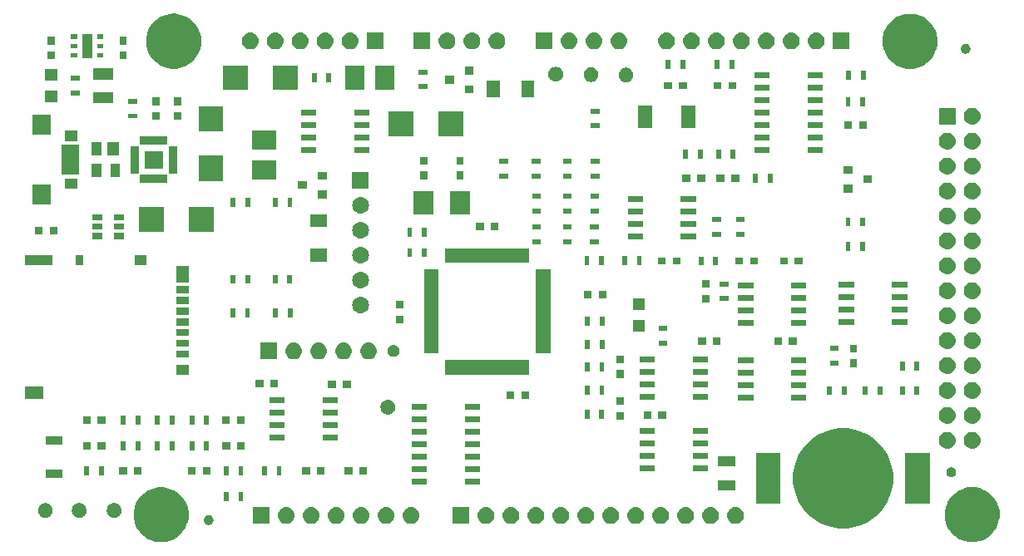
<source format=gts>
G04 #@! TF.GenerationSoftware,KiCad,Pcbnew,5.0.2-bee76a0~70~ubuntu16.04.1*
G04 #@! TF.CreationDate,2019-04-12T22:23:48+05:30*
G04 #@! TF.ProjectId,PSLab,50534c61-622e-46b6-9963-61645f706362,v6.1*
G04 #@! TF.SameCoordinates,Original*
G04 #@! TF.FileFunction,Soldermask,Top*
G04 #@! TF.FilePolarity,Negative*
%FSLAX46Y46*%
G04 Gerber Fmt 4.6, Leading zero omitted, Abs format (unit mm)*
G04 Created by KiCad (PCBNEW 5.0.2-bee76a0~70~ubuntu16.04.1) date Fri 12 Apr 2019 22:23:48 +0530*
%MOMM*%
%LPD*%
G01*
G04 APERTURE LIST*
%ADD10C,0.100000*%
G04 APERTURE END LIST*
D10*
G36*
X105426253Y-108273801D02*
X105696730Y-108327602D01*
X105907799Y-108415030D01*
X106206296Y-108538671D01*
X106664899Y-108845100D01*
X107054900Y-109235101D01*
X107361329Y-109693704D01*
X107448999Y-109905358D01*
X107572398Y-110203270D01*
X107601830Y-110351234D01*
X107660039Y-110643870D01*
X107680000Y-110744224D01*
X107680000Y-111295776D01*
X107572398Y-111836730D01*
X107559141Y-111868734D01*
X107361329Y-112346296D01*
X107054900Y-112804899D01*
X106664899Y-113194900D01*
X106206296Y-113501329D01*
X105907799Y-113624970D01*
X105696730Y-113712398D01*
X105426253Y-113766199D01*
X105155777Y-113820000D01*
X104604223Y-113820000D01*
X104333747Y-113766199D01*
X104063270Y-113712398D01*
X103852201Y-113624970D01*
X103553704Y-113501329D01*
X103095101Y-113194900D01*
X102705100Y-112804899D01*
X102398671Y-112346296D01*
X102200859Y-111868734D01*
X102187602Y-111836730D01*
X102080000Y-111295776D01*
X102080000Y-110744224D01*
X102099962Y-110643870D01*
X102158170Y-110351234D01*
X102187602Y-110203270D01*
X102311001Y-109905358D01*
X102398671Y-109693704D01*
X102705100Y-109235101D01*
X103095101Y-108845100D01*
X103553704Y-108538671D01*
X103852201Y-108415030D01*
X104063270Y-108327602D01*
X104333747Y-108273801D01*
X104604223Y-108220000D01*
X105155777Y-108220000D01*
X105426253Y-108273801D01*
X105426253Y-108273801D01*
G37*
G36*
X187746050Y-108220000D02*
X188236730Y-108317602D01*
X188447799Y-108405030D01*
X188746296Y-108528671D01*
X189204899Y-108835100D01*
X189594900Y-109225101D01*
X189901329Y-109683704D01*
X189969723Y-109848822D01*
X190112398Y-110193270D01*
X190124140Y-110252300D01*
X190220000Y-110734223D01*
X190220000Y-111285777D01*
X190196453Y-111404155D01*
X190112398Y-111826730D01*
X190094999Y-111868734D01*
X189901329Y-112336296D01*
X189594900Y-112794899D01*
X189204899Y-113184900D01*
X188746296Y-113491329D01*
X188447799Y-113614970D01*
X188236730Y-113702398D01*
X188186456Y-113712398D01*
X187695777Y-113810000D01*
X187144223Y-113810000D01*
X186653544Y-113712398D01*
X186603270Y-113702398D01*
X186392201Y-113614970D01*
X186093704Y-113491329D01*
X185635101Y-113184900D01*
X185245100Y-112794899D01*
X184938671Y-112336296D01*
X184745001Y-111868734D01*
X184727602Y-111826730D01*
X184643547Y-111404155D01*
X184620000Y-111285777D01*
X184620000Y-110734223D01*
X184715860Y-110252300D01*
X184727602Y-110193270D01*
X184870277Y-109848822D01*
X184938671Y-109683704D01*
X185245100Y-109225101D01*
X185635101Y-108835100D01*
X186093704Y-108528671D01*
X186392201Y-108405030D01*
X186603270Y-108317602D01*
X187093950Y-108220000D01*
X187144223Y-108210000D01*
X187695777Y-108210000D01*
X187746050Y-108220000D01*
X187746050Y-108220000D01*
G37*
G36*
X175767614Y-102395989D02*
X176211855Y-102580000D01*
X176695756Y-102780438D01*
X177178721Y-103103145D01*
X177531064Y-103338573D01*
X178241427Y-104048936D01*
X178241429Y-104048939D01*
X178799562Y-104884244D01*
X178799562Y-104884245D01*
X179184011Y-105812386D01*
X179380000Y-106797692D01*
X179380000Y-107802308D01*
X179184011Y-108787614D01*
X178998656Y-109235101D01*
X178799562Y-109715756D01*
X178284867Y-110486051D01*
X178241427Y-110551064D01*
X177531064Y-111261427D01*
X177531061Y-111261429D01*
X176695756Y-111819562D01*
X176311307Y-111978806D01*
X175767614Y-112204011D01*
X174782308Y-112400000D01*
X173777692Y-112400000D01*
X172792386Y-112204011D01*
X172248693Y-111978806D01*
X171864244Y-111819562D01*
X171028939Y-111261429D01*
X171028936Y-111261427D01*
X170318573Y-110551064D01*
X170275133Y-110486051D01*
X169760438Y-109715756D01*
X169561344Y-109235101D01*
X169375989Y-108787614D01*
X169180000Y-107802308D01*
X169180000Y-106797692D01*
X169375989Y-105812386D01*
X169760438Y-104884245D01*
X169760438Y-104884244D01*
X170318571Y-104048939D01*
X170318573Y-104048936D01*
X171028936Y-103338573D01*
X171381279Y-103103145D01*
X171864244Y-102780438D01*
X172348145Y-102580000D01*
X172792386Y-102395989D01*
X173777692Y-102200000D01*
X174782308Y-102200000D01*
X175767614Y-102395989D01*
X175767614Y-102395989D01*
G37*
G36*
X109850845Y-111069215D02*
X109901025Y-111090000D01*
X109941839Y-111106906D01*
X110010166Y-111152561D01*
X110023734Y-111161627D01*
X110093373Y-111231266D01*
X110093375Y-111231269D01*
X110148094Y-111313161D01*
X110185785Y-111404155D01*
X110205000Y-111500754D01*
X110205000Y-111599246D01*
X110185785Y-111695845D01*
X110148094Y-111786839D01*
X110094104Y-111867640D01*
X110093373Y-111868734D01*
X110023734Y-111938373D01*
X110023731Y-111938375D01*
X109941839Y-111993094D01*
X109850845Y-112030785D01*
X109754246Y-112050000D01*
X109655754Y-112050000D01*
X109559155Y-112030785D01*
X109468161Y-111993094D01*
X109386269Y-111938375D01*
X109386266Y-111938373D01*
X109316627Y-111868734D01*
X109315896Y-111867640D01*
X109261906Y-111786839D01*
X109224215Y-111695845D01*
X109205000Y-111599246D01*
X109205000Y-111500754D01*
X109224215Y-111404155D01*
X109261906Y-111313161D01*
X109316625Y-111231269D01*
X109316627Y-111231266D01*
X109386266Y-111161627D01*
X109399834Y-111152561D01*
X109468161Y-111106906D01*
X109508976Y-111090000D01*
X109559155Y-111069215D01*
X109655754Y-111050000D01*
X109754246Y-111050000D01*
X109850845Y-111069215D01*
X109850845Y-111069215D01*
G37*
G36*
X160966630Y-110252299D02*
X161126855Y-110300903D01*
X161274520Y-110379831D01*
X161403949Y-110486051D01*
X161510169Y-110615480D01*
X161589097Y-110763145D01*
X161637701Y-110923370D01*
X161654112Y-111090000D01*
X161637701Y-111256630D01*
X161589097Y-111416855D01*
X161510169Y-111564520D01*
X161403949Y-111693949D01*
X161274520Y-111800169D01*
X161126855Y-111879097D01*
X160966630Y-111927701D01*
X160841752Y-111940000D01*
X160758248Y-111940000D01*
X160633370Y-111927701D01*
X160473145Y-111879097D01*
X160325480Y-111800169D01*
X160196051Y-111693949D01*
X160089831Y-111564520D01*
X160010903Y-111416855D01*
X159962299Y-111256630D01*
X159945888Y-111090000D01*
X159962299Y-110923370D01*
X160010903Y-110763145D01*
X160089831Y-110615480D01*
X160196051Y-110486051D01*
X160325480Y-110379831D01*
X160473145Y-110300903D01*
X160633370Y-110252299D01*
X160758248Y-110240000D01*
X160841752Y-110240000D01*
X160966630Y-110252299D01*
X160966630Y-110252299D01*
G37*
G36*
X163506630Y-110252299D02*
X163666855Y-110300903D01*
X163814520Y-110379831D01*
X163943949Y-110486051D01*
X164050169Y-110615480D01*
X164129097Y-110763145D01*
X164177701Y-110923370D01*
X164194112Y-111090000D01*
X164177701Y-111256630D01*
X164129097Y-111416855D01*
X164050169Y-111564520D01*
X163943949Y-111693949D01*
X163814520Y-111800169D01*
X163666855Y-111879097D01*
X163506630Y-111927701D01*
X163381752Y-111940000D01*
X163298248Y-111940000D01*
X163173370Y-111927701D01*
X163013145Y-111879097D01*
X162865480Y-111800169D01*
X162736051Y-111693949D01*
X162629831Y-111564520D01*
X162550903Y-111416855D01*
X162502299Y-111256630D01*
X162485888Y-111090000D01*
X162502299Y-110923370D01*
X162550903Y-110763145D01*
X162629831Y-110615480D01*
X162736051Y-110486051D01*
X162865480Y-110379831D01*
X163013145Y-110300903D01*
X163173370Y-110252299D01*
X163298248Y-110240000D01*
X163381752Y-110240000D01*
X163506630Y-110252299D01*
X163506630Y-110252299D01*
G37*
G36*
X115920000Y-111940000D02*
X114220000Y-111940000D01*
X114220000Y-110240000D01*
X115920000Y-110240000D01*
X115920000Y-111940000D01*
X115920000Y-111940000D01*
G37*
G36*
X117776630Y-110252299D02*
X117936855Y-110300903D01*
X118084520Y-110379831D01*
X118213949Y-110486051D01*
X118320169Y-110615480D01*
X118399097Y-110763145D01*
X118447701Y-110923370D01*
X118464112Y-111090000D01*
X118447701Y-111256630D01*
X118399097Y-111416855D01*
X118320169Y-111564520D01*
X118213949Y-111693949D01*
X118084520Y-111800169D01*
X117936855Y-111879097D01*
X117776630Y-111927701D01*
X117651752Y-111940000D01*
X117568248Y-111940000D01*
X117443370Y-111927701D01*
X117283145Y-111879097D01*
X117135480Y-111800169D01*
X117006051Y-111693949D01*
X116899831Y-111564520D01*
X116820903Y-111416855D01*
X116772299Y-111256630D01*
X116755888Y-111090000D01*
X116772299Y-110923370D01*
X116820903Y-110763145D01*
X116899831Y-110615480D01*
X117006051Y-110486051D01*
X117135480Y-110379831D01*
X117283145Y-110300903D01*
X117443370Y-110252299D01*
X117568248Y-110240000D01*
X117651752Y-110240000D01*
X117776630Y-110252299D01*
X117776630Y-110252299D01*
G37*
G36*
X120316630Y-110252299D02*
X120476855Y-110300903D01*
X120624520Y-110379831D01*
X120753949Y-110486051D01*
X120860169Y-110615480D01*
X120939097Y-110763145D01*
X120987701Y-110923370D01*
X121004112Y-111090000D01*
X120987701Y-111256630D01*
X120939097Y-111416855D01*
X120860169Y-111564520D01*
X120753949Y-111693949D01*
X120624520Y-111800169D01*
X120476855Y-111879097D01*
X120316630Y-111927701D01*
X120191752Y-111940000D01*
X120108248Y-111940000D01*
X119983370Y-111927701D01*
X119823145Y-111879097D01*
X119675480Y-111800169D01*
X119546051Y-111693949D01*
X119439831Y-111564520D01*
X119360903Y-111416855D01*
X119312299Y-111256630D01*
X119295888Y-111090000D01*
X119312299Y-110923370D01*
X119360903Y-110763145D01*
X119439831Y-110615480D01*
X119546051Y-110486051D01*
X119675480Y-110379831D01*
X119823145Y-110300903D01*
X119983370Y-110252299D01*
X120108248Y-110240000D01*
X120191752Y-110240000D01*
X120316630Y-110252299D01*
X120316630Y-110252299D01*
G37*
G36*
X122856630Y-110252299D02*
X123016855Y-110300903D01*
X123164520Y-110379831D01*
X123293949Y-110486051D01*
X123400169Y-110615480D01*
X123479097Y-110763145D01*
X123527701Y-110923370D01*
X123544112Y-111090000D01*
X123527701Y-111256630D01*
X123479097Y-111416855D01*
X123400169Y-111564520D01*
X123293949Y-111693949D01*
X123164520Y-111800169D01*
X123016855Y-111879097D01*
X122856630Y-111927701D01*
X122731752Y-111940000D01*
X122648248Y-111940000D01*
X122523370Y-111927701D01*
X122363145Y-111879097D01*
X122215480Y-111800169D01*
X122086051Y-111693949D01*
X121979831Y-111564520D01*
X121900903Y-111416855D01*
X121852299Y-111256630D01*
X121835888Y-111090000D01*
X121852299Y-110923370D01*
X121900903Y-110763145D01*
X121979831Y-110615480D01*
X122086051Y-110486051D01*
X122215480Y-110379831D01*
X122363145Y-110300903D01*
X122523370Y-110252299D01*
X122648248Y-110240000D01*
X122731752Y-110240000D01*
X122856630Y-110252299D01*
X122856630Y-110252299D01*
G37*
G36*
X125396630Y-110252299D02*
X125556855Y-110300903D01*
X125704520Y-110379831D01*
X125833949Y-110486051D01*
X125940169Y-110615480D01*
X126019097Y-110763145D01*
X126067701Y-110923370D01*
X126084112Y-111090000D01*
X126067701Y-111256630D01*
X126019097Y-111416855D01*
X125940169Y-111564520D01*
X125833949Y-111693949D01*
X125704520Y-111800169D01*
X125556855Y-111879097D01*
X125396630Y-111927701D01*
X125271752Y-111940000D01*
X125188248Y-111940000D01*
X125063370Y-111927701D01*
X124903145Y-111879097D01*
X124755480Y-111800169D01*
X124626051Y-111693949D01*
X124519831Y-111564520D01*
X124440903Y-111416855D01*
X124392299Y-111256630D01*
X124375888Y-111090000D01*
X124392299Y-110923370D01*
X124440903Y-110763145D01*
X124519831Y-110615480D01*
X124626051Y-110486051D01*
X124755480Y-110379831D01*
X124903145Y-110300903D01*
X125063370Y-110252299D01*
X125188248Y-110240000D01*
X125271752Y-110240000D01*
X125396630Y-110252299D01*
X125396630Y-110252299D01*
G37*
G36*
X127936630Y-110252299D02*
X128096855Y-110300903D01*
X128244520Y-110379831D01*
X128373949Y-110486051D01*
X128480169Y-110615480D01*
X128559097Y-110763145D01*
X128607701Y-110923370D01*
X128624112Y-111090000D01*
X128607701Y-111256630D01*
X128559097Y-111416855D01*
X128480169Y-111564520D01*
X128373949Y-111693949D01*
X128244520Y-111800169D01*
X128096855Y-111879097D01*
X127936630Y-111927701D01*
X127811752Y-111940000D01*
X127728248Y-111940000D01*
X127603370Y-111927701D01*
X127443145Y-111879097D01*
X127295480Y-111800169D01*
X127166051Y-111693949D01*
X127059831Y-111564520D01*
X126980903Y-111416855D01*
X126932299Y-111256630D01*
X126915888Y-111090000D01*
X126932299Y-110923370D01*
X126980903Y-110763145D01*
X127059831Y-110615480D01*
X127166051Y-110486051D01*
X127295480Y-110379831D01*
X127443145Y-110300903D01*
X127603370Y-110252299D01*
X127728248Y-110240000D01*
X127811752Y-110240000D01*
X127936630Y-110252299D01*
X127936630Y-110252299D01*
G37*
G36*
X130476630Y-110252299D02*
X130636855Y-110300903D01*
X130784520Y-110379831D01*
X130913949Y-110486051D01*
X131020169Y-110615480D01*
X131099097Y-110763145D01*
X131147701Y-110923370D01*
X131164112Y-111090000D01*
X131147701Y-111256630D01*
X131099097Y-111416855D01*
X131020169Y-111564520D01*
X130913949Y-111693949D01*
X130784520Y-111800169D01*
X130636855Y-111879097D01*
X130476630Y-111927701D01*
X130351752Y-111940000D01*
X130268248Y-111940000D01*
X130143370Y-111927701D01*
X129983145Y-111879097D01*
X129835480Y-111800169D01*
X129706051Y-111693949D01*
X129599831Y-111564520D01*
X129520903Y-111416855D01*
X129472299Y-111256630D01*
X129455888Y-111090000D01*
X129472299Y-110923370D01*
X129520903Y-110763145D01*
X129599831Y-110615480D01*
X129706051Y-110486051D01*
X129835480Y-110379831D01*
X129983145Y-110300903D01*
X130143370Y-110252299D01*
X130268248Y-110240000D01*
X130351752Y-110240000D01*
X130476630Y-110252299D01*
X130476630Y-110252299D01*
G37*
G36*
X158426630Y-110252299D02*
X158586855Y-110300903D01*
X158734520Y-110379831D01*
X158863949Y-110486051D01*
X158970169Y-110615480D01*
X159049097Y-110763145D01*
X159097701Y-110923370D01*
X159114112Y-111090000D01*
X159097701Y-111256630D01*
X159049097Y-111416855D01*
X158970169Y-111564520D01*
X158863949Y-111693949D01*
X158734520Y-111800169D01*
X158586855Y-111879097D01*
X158426630Y-111927701D01*
X158301752Y-111940000D01*
X158218248Y-111940000D01*
X158093370Y-111927701D01*
X157933145Y-111879097D01*
X157785480Y-111800169D01*
X157656051Y-111693949D01*
X157549831Y-111564520D01*
X157470903Y-111416855D01*
X157422299Y-111256630D01*
X157405888Y-111090000D01*
X157422299Y-110923370D01*
X157470903Y-110763145D01*
X157549831Y-110615480D01*
X157656051Y-110486051D01*
X157785480Y-110379831D01*
X157933145Y-110300903D01*
X158093370Y-110252299D01*
X158218248Y-110240000D01*
X158301752Y-110240000D01*
X158426630Y-110252299D01*
X158426630Y-110252299D01*
G37*
G36*
X153346630Y-110252299D02*
X153506855Y-110300903D01*
X153654520Y-110379831D01*
X153783949Y-110486051D01*
X153890169Y-110615480D01*
X153969097Y-110763145D01*
X154017701Y-110923370D01*
X154034112Y-111090000D01*
X154017701Y-111256630D01*
X153969097Y-111416855D01*
X153890169Y-111564520D01*
X153783949Y-111693949D01*
X153654520Y-111800169D01*
X153506855Y-111879097D01*
X153346630Y-111927701D01*
X153221752Y-111940000D01*
X153138248Y-111940000D01*
X153013370Y-111927701D01*
X152853145Y-111879097D01*
X152705480Y-111800169D01*
X152576051Y-111693949D01*
X152469831Y-111564520D01*
X152390903Y-111416855D01*
X152342299Y-111256630D01*
X152325888Y-111090000D01*
X152342299Y-110923370D01*
X152390903Y-110763145D01*
X152469831Y-110615480D01*
X152576051Y-110486051D01*
X152705480Y-110379831D01*
X152853145Y-110300903D01*
X153013370Y-110252299D01*
X153138248Y-110240000D01*
X153221752Y-110240000D01*
X153346630Y-110252299D01*
X153346630Y-110252299D01*
G37*
G36*
X155886630Y-110252299D02*
X156046855Y-110300903D01*
X156194520Y-110379831D01*
X156323949Y-110486051D01*
X156430169Y-110615480D01*
X156509097Y-110763145D01*
X156557701Y-110923370D01*
X156574112Y-111090000D01*
X156557701Y-111256630D01*
X156509097Y-111416855D01*
X156430169Y-111564520D01*
X156323949Y-111693949D01*
X156194520Y-111800169D01*
X156046855Y-111879097D01*
X155886630Y-111927701D01*
X155761752Y-111940000D01*
X155678248Y-111940000D01*
X155553370Y-111927701D01*
X155393145Y-111879097D01*
X155245480Y-111800169D01*
X155116051Y-111693949D01*
X155009831Y-111564520D01*
X154930903Y-111416855D01*
X154882299Y-111256630D01*
X154865888Y-111090000D01*
X154882299Y-110923370D01*
X154930903Y-110763145D01*
X155009831Y-110615480D01*
X155116051Y-110486051D01*
X155245480Y-110379831D01*
X155393145Y-110300903D01*
X155553370Y-110252299D01*
X155678248Y-110240000D01*
X155761752Y-110240000D01*
X155886630Y-110252299D01*
X155886630Y-110252299D01*
G37*
G36*
X136250000Y-111940000D02*
X134550000Y-111940000D01*
X134550000Y-110240000D01*
X136250000Y-110240000D01*
X136250000Y-111940000D01*
X136250000Y-111940000D01*
G37*
G36*
X138106630Y-110252299D02*
X138266855Y-110300903D01*
X138414520Y-110379831D01*
X138543949Y-110486051D01*
X138650169Y-110615480D01*
X138729097Y-110763145D01*
X138777701Y-110923370D01*
X138794112Y-111090000D01*
X138777701Y-111256630D01*
X138729097Y-111416855D01*
X138650169Y-111564520D01*
X138543949Y-111693949D01*
X138414520Y-111800169D01*
X138266855Y-111879097D01*
X138106630Y-111927701D01*
X137981752Y-111940000D01*
X137898248Y-111940000D01*
X137773370Y-111927701D01*
X137613145Y-111879097D01*
X137465480Y-111800169D01*
X137336051Y-111693949D01*
X137229831Y-111564520D01*
X137150903Y-111416855D01*
X137102299Y-111256630D01*
X137085888Y-111090000D01*
X137102299Y-110923370D01*
X137150903Y-110763145D01*
X137229831Y-110615480D01*
X137336051Y-110486051D01*
X137465480Y-110379831D01*
X137613145Y-110300903D01*
X137773370Y-110252299D01*
X137898248Y-110240000D01*
X137981752Y-110240000D01*
X138106630Y-110252299D01*
X138106630Y-110252299D01*
G37*
G36*
X140646630Y-110252299D02*
X140806855Y-110300903D01*
X140954520Y-110379831D01*
X141083949Y-110486051D01*
X141190169Y-110615480D01*
X141269097Y-110763145D01*
X141317701Y-110923370D01*
X141334112Y-111090000D01*
X141317701Y-111256630D01*
X141269097Y-111416855D01*
X141190169Y-111564520D01*
X141083949Y-111693949D01*
X140954520Y-111800169D01*
X140806855Y-111879097D01*
X140646630Y-111927701D01*
X140521752Y-111940000D01*
X140438248Y-111940000D01*
X140313370Y-111927701D01*
X140153145Y-111879097D01*
X140005480Y-111800169D01*
X139876051Y-111693949D01*
X139769831Y-111564520D01*
X139690903Y-111416855D01*
X139642299Y-111256630D01*
X139625888Y-111090000D01*
X139642299Y-110923370D01*
X139690903Y-110763145D01*
X139769831Y-110615480D01*
X139876051Y-110486051D01*
X140005480Y-110379831D01*
X140153145Y-110300903D01*
X140313370Y-110252299D01*
X140438248Y-110240000D01*
X140521752Y-110240000D01*
X140646630Y-110252299D01*
X140646630Y-110252299D01*
G37*
G36*
X145726630Y-110252299D02*
X145886855Y-110300903D01*
X146034520Y-110379831D01*
X146163949Y-110486051D01*
X146270169Y-110615480D01*
X146349097Y-110763145D01*
X146397701Y-110923370D01*
X146414112Y-111090000D01*
X146397701Y-111256630D01*
X146349097Y-111416855D01*
X146270169Y-111564520D01*
X146163949Y-111693949D01*
X146034520Y-111800169D01*
X145886855Y-111879097D01*
X145726630Y-111927701D01*
X145601752Y-111940000D01*
X145518248Y-111940000D01*
X145393370Y-111927701D01*
X145233145Y-111879097D01*
X145085480Y-111800169D01*
X144956051Y-111693949D01*
X144849831Y-111564520D01*
X144770903Y-111416855D01*
X144722299Y-111256630D01*
X144705888Y-111090000D01*
X144722299Y-110923370D01*
X144770903Y-110763145D01*
X144849831Y-110615480D01*
X144956051Y-110486051D01*
X145085480Y-110379831D01*
X145233145Y-110300903D01*
X145393370Y-110252299D01*
X145518248Y-110240000D01*
X145601752Y-110240000D01*
X145726630Y-110252299D01*
X145726630Y-110252299D01*
G37*
G36*
X148266630Y-110252299D02*
X148426855Y-110300903D01*
X148574520Y-110379831D01*
X148703949Y-110486051D01*
X148810169Y-110615480D01*
X148889097Y-110763145D01*
X148937701Y-110923370D01*
X148954112Y-111090000D01*
X148937701Y-111256630D01*
X148889097Y-111416855D01*
X148810169Y-111564520D01*
X148703949Y-111693949D01*
X148574520Y-111800169D01*
X148426855Y-111879097D01*
X148266630Y-111927701D01*
X148141752Y-111940000D01*
X148058248Y-111940000D01*
X147933370Y-111927701D01*
X147773145Y-111879097D01*
X147625480Y-111800169D01*
X147496051Y-111693949D01*
X147389831Y-111564520D01*
X147310903Y-111416855D01*
X147262299Y-111256630D01*
X147245888Y-111090000D01*
X147262299Y-110923370D01*
X147310903Y-110763145D01*
X147389831Y-110615480D01*
X147496051Y-110486051D01*
X147625480Y-110379831D01*
X147773145Y-110300903D01*
X147933370Y-110252299D01*
X148058248Y-110240000D01*
X148141752Y-110240000D01*
X148266630Y-110252299D01*
X148266630Y-110252299D01*
G37*
G36*
X150806630Y-110252299D02*
X150966855Y-110300903D01*
X151114520Y-110379831D01*
X151243949Y-110486051D01*
X151350169Y-110615480D01*
X151429097Y-110763145D01*
X151477701Y-110923370D01*
X151494112Y-111090000D01*
X151477701Y-111256630D01*
X151429097Y-111416855D01*
X151350169Y-111564520D01*
X151243949Y-111693949D01*
X151114520Y-111800169D01*
X150966855Y-111879097D01*
X150806630Y-111927701D01*
X150681752Y-111940000D01*
X150598248Y-111940000D01*
X150473370Y-111927701D01*
X150313145Y-111879097D01*
X150165480Y-111800169D01*
X150036051Y-111693949D01*
X149929831Y-111564520D01*
X149850903Y-111416855D01*
X149802299Y-111256630D01*
X149785888Y-111090000D01*
X149802299Y-110923370D01*
X149850903Y-110763145D01*
X149929831Y-110615480D01*
X150036051Y-110486051D01*
X150165480Y-110379831D01*
X150313145Y-110300903D01*
X150473370Y-110252299D01*
X150598248Y-110240000D01*
X150681752Y-110240000D01*
X150806630Y-110252299D01*
X150806630Y-110252299D01*
G37*
G36*
X143186630Y-110252299D02*
X143346855Y-110300903D01*
X143494520Y-110379831D01*
X143623949Y-110486051D01*
X143730169Y-110615480D01*
X143809097Y-110763145D01*
X143857701Y-110923370D01*
X143874112Y-111090000D01*
X143857701Y-111256630D01*
X143809097Y-111416855D01*
X143730169Y-111564520D01*
X143623949Y-111693949D01*
X143494520Y-111800169D01*
X143346855Y-111879097D01*
X143186630Y-111927701D01*
X143061752Y-111940000D01*
X142978248Y-111940000D01*
X142853370Y-111927701D01*
X142693145Y-111879097D01*
X142545480Y-111800169D01*
X142416051Y-111693949D01*
X142309831Y-111564520D01*
X142230903Y-111416855D01*
X142182299Y-111256630D01*
X142165888Y-111090000D01*
X142182299Y-110923370D01*
X142230903Y-110763145D01*
X142309831Y-110615480D01*
X142416051Y-110486051D01*
X142545480Y-110379831D01*
X142693145Y-110300903D01*
X142853370Y-110252299D01*
X142978248Y-110240000D01*
X143061752Y-110240000D01*
X143186630Y-110252299D01*
X143186630Y-110252299D01*
G37*
G36*
X100236318Y-109834411D02*
X100308767Y-109848822D01*
X100365303Y-109872240D01*
X100445257Y-109905358D01*
X100568100Y-109987439D01*
X100672561Y-110091900D01*
X100754642Y-110214743D01*
X100787760Y-110294697D01*
X100811178Y-110351233D01*
X100840000Y-110496131D01*
X100840000Y-110643869D01*
X100816275Y-110763145D01*
X100811178Y-110788766D01*
X100754642Y-110925257D01*
X100672561Y-111048100D01*
X100568100Y-111152561D01*
X100445257Y-111234642D01*
X100380592Y-111261427D01*
X100308767Y-111291178D01*
X100285651Y-111295776D01*
X100163870Y-111320000D01*
X100016130Y-111320000D01*
X99894349Y-111295776D01*
X99871233Y-111291178D01*
X99799408Y-111261427D01*
X99734743Y-111234642D01*
X99611900Y-111152561D01*
X99507439Y-111048100D01*
X99425358Y-110925257D01*
X99368822Y-110788766D01*
X99363726Y-110763145D01*
X99340000Y-110643869D01*
X99340000Y-110496131D01*
X99368822Y-110351233D01*
X99392240Y-110294697D01*
X99425358Y-110214743D01*
X99507439Y-110091900D01*
X99611900Y-109987439D01*
X99734743Y-109905358D01*
X99814697Y-109872240D01*
X99871233Y-109848822D01*
X99943682Y-109834411D01*
X100016130Y-109820000D01*
X100163870Y-109820000D01*
X100236318Y-109834411D01*
X100236318Y-109834411D01*
G37*
G36*
X96676318Y-109834411D02*
X96748767Y-109848822D01*
X96805303Y-109872240D01*
X96885257Y-109905358D01*
X97008100Y-109987439D01*
X97112561Y-110091900D01*
X97194642Y-110214743D01*
X97227760Y-110294697D01*
X97251178Y-110351233D01*
X97280000Y-110496131D01*
X97280000Y-110643869D01*
X97256275Y-110763145D01*
X97251178Y-110788766D01*
X97194642Y-110925257D01*
X97112561Y-111048100D01*
X97008100Y-111152561D01*
X96885257Y-111234642D01*
X96820592Y-111261427D01*
X96748767Y-111291178D01*
X96725651Y-111295776D01*
X96603870Y-111320000D01*
X96456130Y-111320000D01*
X96334349Y-111295776D01*
X96311233Y-111291178D01*
X96239408Y-111261427D01*
X96174743Y-111234642D01*
X96051900Y-111152561D01*
X95947439Y-111048100D01*
X95865358Y-110925257D01*
X95808822Y-110788766D01*
X95803726Y-110763145D01*
X95780000Y-110643869D01*
X95780000Y-110496131D01*
X95808822Y-110351233D01*
X95832240Y-110294697D01*
X95865358Y-110214743D01*
X95947439Y-110091900D01*
X96051900Y-109987439D01*
X96174743Y-109905358D01*
X96254697Y-109872240D01*
X96311233Y-109848822D01*
X96383682Y-109834411D01*
X96456130Y-109820000D01*
X96603870Y-109820000D01*
X96676318Y-109834411D01*
X96676318Y-109834411D01*
G37*
G36*
X93236318Y-109834411D02*
X93308767Y-109848822D01*
X93365303Y-109872240D01*
X93445257Y-109905358D01*
X93568100Y-109987439D01*
X93672561Y-110091900D01*
X93754642Y-110214743D01*
X93787760Y-110294697D01*
X93811178Y-110351233D01*
X93840000Y-110496131D01*
X93840000Y-110643869D01*
X93816275Y-110763145D01*
X93811178Y-110788766D01*
X93754642Y-110925257D01*
X93672561Y-111048100D01*
X93568100Y-111152561D01*
X93445257Y-111234642D01*
X93380592Y-111261427D01*
X93308767Y-111291178D01*
X93285651Y-111295776D01*
X93163870Y-111320000D01*
X93016130Y-111320000D01*
X92894349Y-111295776D01*
X92871233Y-111291178D01*
X92799408Y-111261427D01*
X92734743Y-111234642D01*
X92611900Y-111152561D01*
X92507439Y-111048100D01*
X92425358Y-110925257D01*
X92368822Y-110788766D01*
X92363726Y-110763145D01*
X92340000Y-110643869D01*
X92340000Y-110496131D01*
X92368822Y-110351233D01*
X92392240Y-110294697D01*
X92425358Y-110214743D01*
X92507439Y-110091900D01*
X92611900Y-109987439D01*
X92734743Y-109905358D01*
X92814697Y-109872240D01*
X92871233Y-109848822D01*
X92943682Y-109834411D01*
X93016130Y-109820000D01*
X93163870Y-109820000D01*
X93236318Y-109834411D01*
X93236318Y-109834411D01*
G37*
G36*
X167930000Y-109850000D02*
X165430000Y-109850000D01*
X165430000Y-104750000D01*
X167930000Y-104750000D01*
X167930000Y-109850000D01*
X167930000Y-109850000D01*
G37*
G36*
X183130000Y-109850000D02*
X180630000Y-109850000D01*
X180630000Y-104750000D01*
X183130000Y-104750000D01*
X183130000Y-109850000D01*
X183130000Y-109850000D01*
G37*
G36*
X111730000Y-109620000D02*
X111230000Y-109620000D01*
X111230000Y-108720000D01*
X111730000Y-108720000D01*
X111730000Y-109620000D01*
X111730000Y-109620000D01*
G37*
G36*
X113230000Y-109620000D02*
X112730000Y-109620000D01*
X112730000Y-108720000D01*
X113230000Y-108720000D01*
X113230000Y-109620000D01*
X113230000Y-109620000D01*
G37*
G36*
X163350000Y-108550000D02*
X161550000Y-108550000D01*
X161550000Y-107550000D01*
X163350000Y-107550000D01*
X163350000Y-108550000D01*
X163350000Y-108550000D01*
G37*
G36*
X137310000Y-107960000D02*
X135810000Y-107960000D01*
X135810000Y-107360000D01*
X137310000Y-107360000D01*
X137310000Y-107960000D01*
X137310000Y-107960000D01*
G37*
G36*
X131910000Y-107960000D02*
X130410000Y-107960000D01*
X130410000Y-107360000D01*
X131910000Y-107360000D01*
X131910000Y-107960000D01*
X131910000Y-107960000D01*
G37*
G36*
X94800000Y-107300000D02*
X93100000Y-107300000D01*
X93100000Y-106400000D01*
X94800000Y-106400000D01*
X94800000Y-107300000D01*
X94800000Y-107300000D01*
G37*
G36*
X185425845Y-106194215D02*
X185516839Y-106231906D01*
X185597640Y-106285896D01*
X185598734Y-106286627D01*
X185668373Y-106356266D01*
X185723095Y-106438163D01*
X185760785Y-106529155D01*
X185780000Y-106625755D01*
X185780000Y-106724245D01*
X185760785Y-106820845D01*
X185723095Y-106911837D01*
X185668373Y-106993734D01*
X185598734Y-107063373D01*
X185598731Y-107063375D01*
X185516839Y-107118094D01*
X185425845Y-107155785D01*
X185329246Y-107175000D01*
X185230754Y-107175000D01*
X185134155Y-107155785D01*
X185043161Y-107118094D01*
X184961269Y-107063375D01*
X184961266Y-107063373D01*
X184891627Y-106993734D01*
X184836905Y-106911837D01*
X184799215Y-106820845D01*
X184780000Y-106724245D01*
X184780000Y-106625755D01*
X184799215Y-106529155D01*
X184836905Y-106438163D01*
X184891627Y-106356266D01*
X184961266Y-106286627D01*
X184962360Y-106285896D01*
X185043161Y-106231906D01*
X185134155Y-106194215D01*
X185230754Y-106175000D01*
X185329246Y-106175000D01*
X185425845Y-106194215D01*
X185425845Y-106194215D01*
G37*
G36*
X113230000Y-107000000D02*
X112730000Y-107000000D01*
X112730000Y-106100000D01*
X113230000Y-106100000D01*
X113230000Y-107000000D01*
X113230000Y-107000000D01*
G37*
G36*
X111730000Y-107000000D02*
X111230000Y-107000000D01*
X111230000Y-106100000D01*
X111730000Y-106100000D01*
X111730000Y-107000000D01*
X111730000Y-107000000D01*
G37*
G36*
X115630000Y-107000000D02*
X115130000Y-107000000D01*
X115130000Y-106100000D01*
X115630000Y-106100000D01*
X115630000Y-107000000D01*
X115630000Y-107000000D01*
G37*
G36*
X117130000Y-107000000D02*
X116630000Y-107000000D01*
X116630000Y-106100000D01*
X117130000Y-106100000D01*
X117130000Y-107000000D01*
X117130000Y-107000000D01*
G37*
G36*
X97560000Y-106980000D02*
X97060000Y-106980000D01*
X97060000Y-106080000D01*
X97560000Y-106080000D01*
X97560000Y-106980000D01*
X97560000Y-106980000D01*
G37*
G36*
X99060000Y-106980000D02*
X98560000Y-106980000D01*
X98560000Y-106080000D01*
X99060000Y-106080000D01*
X99060000Y-106980000D01*
X99060000Y-106980000D01*
G37*
G36*
X109900000Y-106925000D02*
X109100000Y-106925000D01*
X109100000Y-106175000D01*
X109900000Y-106175000D01*
X109900000Y-106925000D01*
X109900000Y-106925000D01*
G37*
G36*
X125830000Y-106925000D02*
X125030000Y-106925000D01*
X125030000Y-106175000D01*
X125830000Y-106175000D01*
X125830000Y-106925000D01*
X125830000Y-106925000D01*
G37*
G36*
X124330000Y-106925000D02*
X123530000Y-106925000D01*
X123530000Y-106175000D01*
X124330000Y-106175000D01*
X124330000Y-106925000D01*
X124330000Y-106925000D01*
G37*
G36*
X120030000Y-106925000D02*
X119230000Y-106925000D01*
X119230000Y-106175000D01*
X120030000Y-106175000D01*
X120030000Y-106925000D01*
X120030000Y-106925000D01*
G37*
G36*
X121530000Y-106925000D02*
X120730000Y-106925000D01*
X120730000Y-106175000D01*
X121530000Y-106175000D01*
X121530000Y-106925000D01*
X121530000Y-106925000D01*
G37*
G36*
X108400000Y-106925000D02*
X107600000Y-106925000D01*
X107600000Y-106175000D01*
X108400000Y-106175000D01*
X108400000Y-106925000D01*
X108400000Y-106925000D01*
G37*
G36*
X102890000Y-106915000D02*
X102090000Y-106915000D01*
X102090000Y-106165000D01*
X102890000Y-106165000D01*
X102890000Y-106915000D01*
X102890000Y-106915000D01*
G37*
G36*
X101390000Y-106915000D02*
X100590000Y-106915000D01*
X100590000Y-106165000D01*
X101390000Y-106165000D01*
X101390000Y-106915000D01*
X101390000Y-106915000D01*
G37*
G36*
X131910000Y-106690000D02*
X130410000Y-106690000D01*
X130410000Y-106090000D01*
X131910000Y-106090000D01*
X131910000Y-106690000D01*
X131910000Y-106690000D01*
G37*
G36*
X137310000Y-106690000D02*
X135810000Y-106690000D01*
X135810000Y-106090000D01*
X137310000Y-106090000D01*
X137310000Y-106690000D01*
X137310000Y-106690000D01*
G37*
G36*
X155145000Y-106615000D02*
X153595000Y-106615000D01*
X153595000Y-106015000D01*
X155145000Y-106015000D01*
X155145000Y-106615000D01*
X155145000Y-106615000D01*
G37*
G36*
X160545000Y-106615000D02*
X158995000Y-106615000D01*
X158995000Y-106015000D01*
X160545000Y-106015000D01*
X160545000Y-106615000D01*
X160545000Y-106615000D01*
G37*
G36*
X163350000Y-106050000D02*
X161550000Y-106050000D01*
X161550000Y-105050000D01*
X163350000Y-105050000D01*
X163350000Y-106050000D01*
X163350000Y-106050000D01*
G37*
G36*
X137310000Y-105420000D02*
X135810000Y-105420000D01*
X135810000Y-104820000D01*
X137310000Y-104820000D01*
X137310000Y-105420000D01*
X137310000Y-105420000D01*
G37*
G36*
X131910000Y-105420000D02*
X130410000Y-105420000D01*
X130410000Y-104820000D01*
X131910000Y-104820000D01*
X131910000Y-105420000D01*
X131910000Y-105420000D01*
G37*
G36*
X155145000Y-105345000D02*
X153595000Y-105345000D01*
X153595000Y-104745000D01*
X155145000Y-104745000D01*
X155145000Y-105345000D01*
X155145000Y-105345000D01*
G37*
G36*
X160545000Y-105345000D02*
X158995000Y-105345000D01*
X158995000Y-104745000D01*
X160545000Y-104745000D01*
X160545000Y-105345000D01*
X160545000Y-105345000D01*
G37*
G36*
X102740000Y-104460000D02*
X102240000Y-104460000D01*
X102240000Y-103560000D01*
X102740000Y-103560000D01*
X102740000Y-104460000D01*
X102740000Y-104460000D01*
G37*
G36*
X101240000Y-104460000D02*
X100740000Y-104460000D01*
X100740000Y-103560000D01*
X101240000Y-103560000D01*
X101240000Y-104460000D01*
X101240000Y-104460000D01*
G37*
G36*
X104730000Y-104460000D02*
X104230000Y-104460000D01*
X104230000Y-103560000D01*
X104730000Y-103560000D01*
X104730000Y-104460000D01*
X104730000Y-104460000D01*
G37*
G36*
X106230000Y-104460000D02*
X105730000Y-104460000D01*
X105730000Y-103560000D01*
X106230000Y-103560000D01*
X106230000Y-104460000D01*
X106230000Y-104460000D01*
G37*
G36*
X108250000Y-104450000D02*
X107750000Y-104450000D01*
X107750000Y-103550000D01*
X108250000Y-103550000D01*
X108250000Y-104450000D01*
X108250000Y-104450000D01*
G37*
G36*
X109750000Y-104450000D02*
X109250000Y-104450000D01*
X109250000Y-103550000D01*
X109750000Y-103550000D01*
X109750000Y-104450000D01*
X109750000Y-104450000D01*
G37*
G36*
X111900000Y-104385000D02*
X111100000Y-104385000D01*
X111100000Y-103635000D01*
X111900000Y-103635000D01*
X111900000Y-104385000D01*
X111900000Y-104385000D01*
G37*
G36*
X113400000Y-104385000D02*
X112600000Y-104385000D01*
X112600000Y-103635000D01*
X113400000Y-103635000D01*
X113400000Y-104385000D01*
X113400000Y-104385000D01*
G37*
G36*
X99210000Y-104355000D02*
X98410000Y-104355000D01*
X98410000Y-103605000D01*
X99210000Y-103605000D01*
X99210000Y-104355000D01*
X99210000Y-104355000D01*
G37*
G36*
X97710000Y-104355000D02*
X96910000Y-104355000D01*
X96910000Y-103605000D01*
X97710000Y-103605000D01*
X97710000Y-104355000D01*
X97710000Y-104355000D01*
G37*
G36*
X187596630Y-102592299D02*
X187756855Y-102640903D01*
X187904520Y-102719831D01*
X188033949Y-102826051D01*
X188140169Y-102955480D01*
X188219097Y-103103145D01*
X188267701Y-103263370D01*
X188284112Y-103430000D01*
X188267701Y-103596630D01*
X188219097Y-103756855D01*
X188140169Y-103904520D01*
X188033949Y-104033949D01*
X187904520Y-104140169D01*
X187756855Y-104219097D01*
X187596630Y-104267701D01*
X187471752Y-104280000D01*
X187388248Y-104280000D01*
X187263370Y-104267701D01*
X187103145Y-104219097D01*
X186955480Y-104140169D01*
X186826051Y-104033949D01*
X186719831Y-103904520D01*
X186640903Y-103756855D01*
X186592299Y-103596630D01*
X186575888Y-103430000D01*
X186592299Y-103263370D01*
X186640903Y-103103145D01*
X186719831Y-102955480D01*
X186826051Y-102826051D01*
X186955480Y-102719831D01*
X187103145Y-102640903D01*
X187263370Y-102592299D01*
X187388248Y-102580000D01*
X187471752Y-102580000D01*
X187596630Y-102592299D01*
X187596630Y-102592299D01*
G37*
G36*
X185056630Y-102592299D02*
X185216855Y-102640903D01*
X185364520Y-102719831D01*
X185493949Y-102826051D01*
X185600169Y-102955480D01*
X185679097Y-103103145D01*
X185727701Y-103263370D01*
X185744112Y-103430000D01*
X185727701Y-103596630D01*
X185679097Y-103756855D01*
X185600169Y-103904520D01*
X185493949Y-104033949D01*
X185364520Y-104140169D01*
X185216855Y-104219097D01*
X185056630Y-104267701D01*
X184931752Y-104280000D01*
X184848248Y-104280000D01*
X184723370Y-104267701D01*
X184563145Y-104219097D01*
X184415480Y-104140169D01*
X184286051Y-104033949D01*
X184179831Y-103904520D01*
X184100903Y-103756855D01*
X184052299Y-103596630D01*
X184035888Y-103430000D01*
X184052299Y-103263370D01*
X184100903Y-103103145D01*
X184179831Y-102955480D01*
X184286051Y-102826051D01*
X184415480Y-102719831D01*
X184563145Y-102640903D01*
X184723370Y-102592299D01*
X184848248Y-102580000D01*
X184931752Y-102580000D01*
X185056630Y-102592299D01*
X185056630Y-102592299D01*
G37*
G36*
X131910000Y-104150000D02*
X130410000Y-104150000D01*
X130410000Y-103550000D01*
X131910000Y-103550000D01*
X131910000Y-104150000D01*
X131910000Y-104150000D01*
G37*
G36*
X137310000Y-104150000D02*
X135810000Y-104150000D01*
X135810000Y-103550000D01*
X137310000Y-103550000D01*
X137310000Y-104150000D01*
X137310000Y-104150000D01*
G37*
G36*
X155145000Y-104075000D02*
X153595000Y-104075000D01*
X153595000Y-103475000D01*
X155145000Y-103475000D01*
X155145000Y-104075000D01*
X155145000Y-104075000D01*
G37*
G36*
X160545000Y-104075000D02*
X158995000Y-104075000D01*
X158995000Y-103475000D01*
X160545000Y-103475000D01*
X160545000Y-104075000D01*
X160545000Y-104075000D01*
G37*
G36*
X94800000Y-103900000D02*
X93100000Y-103900000D01*
X93100000Y-103000000D01*
X94800000Y-103000000D01*
X94800000Y-103900000D01*
X94800000Y-103900000D01*
G37*
G36*
X117435000Y-103455000D02*
X115885000Y-103455000D01*
X115885000Y-102855000D01*
X117435000Y-102855000D01*
X117435000Y-103455000D01*
X117435000Y-103455000D01*
G37*
G36*
X122835000Y-103455000D02*
X121285000Y-103455000D01*
X121285000Y-102855000D01*
X122835000Y-102855000D01*
X122835000Y-103455000D01*
X122835000Y-103455000D01*
G37*
G36*
X137310000Y-102880000D02*
X135810000Y-102880000D01*
X135810000Y-102280000D01*
X137310000Y-102280000D01*
X137310000Y-102880000D01*
X137310000Y-102880000D01*
G37*
G36*
X131910000Y-102880000D02*
X130410000Y-102880000D01*
X130410000Y-102280000D01*
X131910000Y-102280000D01*
X131910000Y-102880000D01*
X131910000Y-102880000D01*
G37*
G36*
X160545000Y-102805000D02*
X158995000Y-102805000D01*
X158995000Y-102205000D01*
X160545000Y-102205000D01*
X160545000Y-102805000D01*
X160545000Y-102805000D01*
G37*
G36*
X155145000Y-102805000D02*
X153595000Y-102805000D01*
X153595000Y-102205000D01*
X155145000Y-102205000D01*
X155145000Y-102805000D01*
X155145000Y-102805000D01*
G37*
G36*
X122835000Y-102185000D02*
X121285000Y-102185000D01*
X121285000Y-101585000D01*
X122835000Y-101585000D01*
X122835000Y-102185000D01*
X122835000Y-102185000D01*
G37*
G36*
X117435000Y-102185000D02*
X115885000Y-102185000D01*
X115885000Y-101585000D01*
X117435000Y-101585000D01*
X117435000Y-102185000D01*
X117435000Y-102185000D01*
G37*
G36*
X101240000Y-101850000D02*
X100740000Y-101850000D01*
X100740000Y-100950000D01*
X101240000Y-100950000D01*
X101240000Y-101850000D01*
X101240000Y-101850000D01*
G37*
G36*
X106230000Y-101850000D02*
X105730000Y-101850000D01*
X105730000Y-100950000D01*
X106230000Y-100950000D01*
X106230000Y-101850000D01*
X106230000Y-101850000D01*
G37*
G36*
X104730000Y-101850000D02*
X104230000Y-101850000D01*
X104230000Y-100950000D01*
X104730000Y-100950000D01*
X104730000Y-101850000D01*
X104730000Y-101850000D01*
G37*
G36*
X102740000Y-101850000D02*
X102240000Y-101850000D01*
X102240000Y-100950000D01*
X102740000Y-100950000D01*
X102740000Y-101850000D01*
X102740000Y-101850000D01*
G37*
G36*
X109750000Y-101850000D02*
X109250000Y-101850000D01*
X109250000Y-100950000D01*
X109750000Y-100950000D01*
X109750000Y-101850000D01*
X109750000Y-101850000D01*
G37*
G36*
X108250000Y-101850000D02*
X107750000Y-101850000D01*
X107750000Y-100950000D01*
X108250000Y-100950000D01*
X108250000Y-101850000D01*
X108250000Y-101850000D01*
G37*
G36*
X113380000Y-101775000D02*
X112580000Y-101775000D01*
X112580000Y-101025000D01*
X113380000Y-101025000D01*
X113380000Y-101775000D01*
X113380000Y-101775000D01*
G37*
G36*
X111880000Y-101775000D02*
X111080000Y-101775000D01*
X111080000Y-101025000D01*
X111880000Y-101025000D01*
X111880000Y-101775000D01*
X111880000Y-101775000D01*
G37*
G36*
X97710000Y-101755000D02*
X96910000Y-101755000D01*
X96910000Y-101005000D01*
X97710000Y-101005000D01*
X97710000Y-101755000D01*
X97710000Y-101755000D01*
G37*
G36*
X99210000Y-101755000D02*
X98410000Y-101755000D01*
X98410000Y-101005000D01*
X99210000Y-101005000D01*
X99210000Y-101755000D01*
X99210000Y-101755000D01*
G37*
G36*
X185056630Y-100052299D02*
X185216855Y-100100903D01*
X185364520Y-100179831D01*
X185493949Y-100286051D01*
X185600169Y-100415480D01*
X185679097Y-100563145D01*
X185727701Y-100723370D01*
X185744112Y-100890000D01*
X185727701Y-101056630D01*
X185679097Y-101216855D01*
X185600169Y-101364520D01*
X185493949Y-101493949D01*
X185364520Y-101600169D01*
X185216855Y-101679097D01*
X185056630Y-101727701D01*
X184931752Y-101740000D01*
X184848248Y-101740000D01*
X184723370Y-101727701D01*
X184563145Y-101679097D01*
X184415480Y-101600169D01*
X184286051Y-101493949D01*
X184179831Y-101364520D01*
X184100903Y-101216855D01*
X184052299Y-101056630D01*
X184035888Y-100890000D01*
X184052299Y-100723370D01*
X184100903Y-100563145D01*
X184179831Y-100415480D01*
X184286051Y-100286051D01*
X184415480Y-100179831D01*
X184563145Y-100100903D01*
X184723370Y-100052299D01*
X184848248Y-100040000D01*
X184931752Y-100040000D01*
X185056630Y-100052299D01*
X185056630Y-100052299D01*
G37*
G36*
X187596630Y-100052299D02*
X187756855Y-100100903D01*
X187904520Y-100179831D01*
X188033949Y-100286051D01*
X188140169Y-100415480D01*
X188219097Y-100563145D01*
X188267701Y-100723370D01*
X188284112Y-100890000D01*
X188267701Y-101056630D01*
X188219097Y-101216855D01*
X188140169Y-101364520D01*
X188033949Y-101493949D01*
X187904520Y-101600169D01*
X187756855Y-101679097D01*
X187596630Y-101727701D01*
X187471752Y-101740000D01*
X187388248Y-101740000D01*
X187263370Y-101727701D01*
X187103145Y-101679097D01*
X186955480Y-101600169D01*
X186826051Y-101493949D01*
X186719831Y-101364520D01*
X186640903Y-101216855D01*
X186592299Y-101056630D01*
X186575888Y-100890000D01*
X186592299Y-100723370D01*
X186640903Y-100563145D01*
X186719831Y-100415480D01*
X186826051Y-100286051D01*
X186955480Y-100179831D01*
X187103145Y-100100903D01*
X187263370Y-100052299D01*
X187388248Y-100040000D01*
X187471752Y-100040000D01*
X187596630Y-100052299D01*
X187596630Y-100052299D01*
G37*
G36*
X131910000Y-101610000D02*
X130410000Y-101610000D01*
X130410000Y-101010000D01*
X131910000Y-101010000D01*
X131910000Y-101610000D01*
X131910000Y-101610000D01*
G37*
G36*
X137310000Y-101610000D02*
X135810000Y-101610000D01*
X135810000Y-101010000D01*
X137310000Y-101010000D01*
X137310000Y-101610000D01*
X137310000Y-101610000D01*
G37*
G36*
X151985000Y-101340000D02*
X151235000Y-101340000D01*
X151235000Y-100540000D01*
X151985000Y-100540000D01*
X151985000Y-101340000D01*
X151985000Y-101340000D01*
G37*
G36*
X154770000Y-101265000D02*
X153970000Y-101265000D01*
X153970000Y-100515000D01*
X154770000Y-100515000D01*
X154770000Y-101265000D01*
X154770000Y-101265000D01*
G37*
G36*
X156270000Y-101265000D02*
X155470000Y-101265000D01*
X155470000Y-100515000D01*
X156270000Y-100515000D01*
X156270000Y-101265000D01*
X156270000Y-101265000D01*
G37*
G36*
X149960000Y-101210000D02*
X149460000Y-101210000D01*
X149460000Y-100310000D01*
X149960000Y-100310000D01*
X149960000Y-101210000D01*
X149960000Y-101210000D01*
G37*
G36*
X148460000Y-101210000D02*
X147960000Y-101210000D01*
X147960000Y-100310000D01*
X148460000Y-100310000D01*
X148460000Y-101210000D01*
X148460000Y-101210000D01*
G37*
G36*
X117435000Y-100915000D02*
X115885000Y-100915000D01*
X115885000Y-100315000D01*
X117435000Y-100315000D01*
X117435000Y-100915000D01*
X117435000Y-100915000D01*
G37*
G36*
X122835000Y-100915000D02*
X121285000Y-100915000D01*
X121285000Y-100315000D01*
X122835000Y-100315000D01*
X122835000Y-100915000D01*
X122835000Y-100915000D01*
G37*
G36*
X128096318Y-99314411D02*
X128168767Y-99328822D01*
X128225303Y-99352240D01*
X128305257Y-99385358D01*
X128428100Y-99467439D01*
X128532561Y-99571900D01*
X128614642Y-99694743D01*
X128671178Y-99831234D01*
X128700000Y-99976130D01*
X128700000Y-100123870D01*
X128688868Y-100179832D01*
X128671178Y-100268767D01*
X128652027Y-100315000D01*
X128614642Y-100405257D01*
X128532561Y-100528100D01*
X128428100Y-100632561D01*
X128305257Y-100714642D01*
X128225303Y-100747760D01*
X128168767Y-100771178D01*
X128096318Y-100785589D01*
X128023870Y-100800000D01*
X127876130Y-100800000D01*
X127803682Y-100785589D01*
X127731233Y-100771178D01*
X127674697Y-100747760D01*
X127594743Y-100714642D01*
X127471900Y-100632561D01*
X127367439Y-100528100D01*
X127285358Y-100405257D01*
X127247973Y-100315000D01*
X127228822Y-100268767D01*
X127211132Y-100179832D01*
X127200000Y-100123870D01*
X127200000Y-99976130D01*
X127228822Y-99831234D01*
X127285358Y-99694743D01*
X127367439Y-99571900D01*
X127471900Y-99467439D01*
X127594743Y-99385358D01*
X127674697Y-99352240D01*
X127731233Y-99328822D01*
X127803682Y-99314411D01*
X127876130Y-99300000D01*
X128023870Y-99300000D01*
X128096318Y-99314411D01*
X128096318Y-99314411D01*
G37*
G36*
X131910000Y-100340000D02*
X130410000Y-100340000D01*
X130410000Y-99740000D01*
X131910000Y-99740000D01*
X131910000Y-100340000D01*
X131910000Y-100340000D01*
G37*
G36*
X137310000Y-100340000D02*
X135810000Y-100340000D01*
X135810000Y-99740000D01*
X137310000Y-99740000D01*
X137310000Y-100340000D01*
X137310000Y-100340000D01*
G37*
G36*
X151985000Y-99840000D02*
X151235000Y-99840000D01*
X151235000Y-99040000D01*
X151985000Y-99040000D01*
X151985000Y-99840000D01*
X151985000Y-99840000D01*
G37*
G36*
X122835000Y-99645000D02*
X121285000Y-99645000D01*
X121285000Y-99045000D01*
X122835000Y-99045000D01*
X122835000Y-99645000D01*
X122835000Y-99645000D01*
G37*
G36*
X117435000Y-99645000D02*
X115885000Y-99645000D01*
X115885000Y-99045000D01*
X117435000Y-99045000D01*
X117435000Y-99645000D01*
X117435000Y-99645000D01*
G37*
G36*
X170555000Y-99365000D02*
X169005000Y-99365000D01*
X169005000Y-98765000D01*
X170555000Y-98765000D01*
X170555000Y-99365000D01*
X170555000Y-99365000D01*
G37*
G36*
X165155000Y-99365000D02*
X163605000Y-99365000D01*
X163605000Y-98765000D01*
X165155000Y-98765000D01*
X165155000Y-99365000D01*
X165155000Y-99365000D01*
G37*
G36*
X160525000Y-99325000D02*
X158975000Y-99325000D01*
X158975000Y-98725000D01*
X160525000Y-98725000D01*
X160525000Y-99325000D01*
X160525000Y-99325000D01*
G37*
G36*
X155125000Y-99325000D02*
X153575000Y-99325000D01*
X153575000Y-98725000D01*
X155125000Y-98725000D01*
X155125000Y-99325000D01*
X155125000Y-99325000D01*
G37*
G36*
X92905000Y-99225000D02*
X91005000Y-99225000D01*
X91005000Y-97925000D01*
X92905000Y-97925000D01*
X92905000Y-99225000D01*
X92905000Y-99225000D01*
G37*
G36*
X142320000Y-99215000D02*
X141520000Y-99215000D01*
X141520000Y-98465000D01*
X142320000Y-98465000D01*
X142320000Y-99215000D01*
X142320000Y-99215000D01*
G37*
G36*
X140820000Y-99215000D02*
X140020000Y-99215000D01*
X140020000Y-98465000D01*
X140820000Y-98465000D01*
X140820000Y-99215000D01*
X140820000Y-99215000D01*
G37*
G36*
X185056630Y-97512299D02*
X185216855Y-97560903D01*
X185364520Y-97639831D01*
X185493949Y-97746051D01*
X185600169Y-97875480D01*
X185679097Y-98023145D01*
X185727701Y-98183370D01*
X185744112Y-98350000D01*
X185727701Y-98516630D01*
X185679097Y-98676855D01*
X185600169Y-98824520D01*
X185493949Y-98953949D01*
X185364520Y-99060169D01*
X185216855Y-99139097D01*
X185056630Y-99187701D01*
X184931752Y-99200000D01*
X184848248Y-99200000D01*
X184723370Y-99187701D01*
X184563145Y-99139097D01*
X184415480Y-99060169D01*
X184286051Y-98953949D01*
X184179831Y-98824520D01*
X184100903Y-98676855D01*
X184052299Y-98516630D01*
X184035888Y-98350000D01*
X184052299Y-98183370D01*
X184100903Y-98023145D01*
X184179831Y-97875480D01*
X184286051Y-97746051D01*
X184415480Y-97639831D01*
X184563145Y-97560903D01*
X184723370Y-97512299D01*
X184848248Y-97500000D01*
X184931752Y-97500000D01*
X185056630Y-97512299D01*
X185056630Y-97512299D01*
G37*
G36*
X187596630Y-97512299D02*
X187756855Y-97560903D01*
X187904520Y-97639831D01*
X188033949Y-97746051D01*
X188140169Y-97875480D01*
X188219097Y-98023145D01*
X188267701Y-98183370D01*
X188284112Y-98350000D01*
X188267701Y-98516630D01*
X188219097Y-98676855D01*
X188140169Y-98824520D01*
X188033949Y-98953949D01*
X187904520Y-99060169D01*
X187756855Y-99139097D01*
X187596630Y-99187701D01*
X187471752Y-99200000D01*
X187388248Y-99200000D01*
X187263370Y-99187701D01*
X187103145Y-99139097D01*
X186955480Y-99060169D01*
X186826051Y-98953949D01*
X186719831Y-98824520D01*
X186640903Y-98676855D01*
X186592299Y-98516630D01*
X186575888Y-98350000D01*
X186592299Y-98183370D01*
X186640903Y-98023145D01*
X186719831Y-97875480D01*
X186826051Y-97746051D01*
X186955480Y-97639831D01*
X187103145Y-97560903D01*
X187263370Y-97512299D01*
X187388248Y-97500000D01*
X187471752Y-97500000D01*
X187596630Y-97512299D01*
X187596630Y-97512299D01*
G37*
G36*
X173150000Y-98830000D02*
X172650000Y-98830000D01*
X172650000Y-97930000D01*
X173150000Y-97930000D01*
X173150000Y-98830000D01*
X173150000Y-98830000D01*
G37*
G36*
X180550000Y-98830000D02*
X180050000Y-98830000D01*
X180050000Y-97930000D01*
X180550000Y-97930000D01*
X180550000Y-98830000D01*
X180550000Y-98830000D01*
G37*
G36*
X174650000Y-98830000D02*
X174150000Y-98830000D01*
X174150000Y-97930000D01*
X174650000Y-97930000D01*
X174650000Y-98830000D01*
X174650000Y-98830000D01*
G37*
G36*
X182050000Y-98830000D02*
X181550000Y-98830000D01*
X181550000Y-97930000D01*
X182050000Y-97930000D01*
X182050000Y-98830000D01*
X182050000Y-98830000D01*
G37*
G36*
X178310000Y-98810000D02*
X177810000Y-98810000D01*
X177810000Y-97910000D01*
X178310000Y-97910000D01*
X178310000Y-98810000D01*
X178310000Y-98810000D01*
G37*
G36*
X176810000Y-98810000D02*
X176310000Y-98810000D01*
X176310000Y-97910000D01*
X176810000Y-97910000D01*
X176810000Y-98810000D01*
X176810000Y-98810000D01*
G37*
G36*
X149980000Y-98800000D02*
X149480000Y-98800000D01*
X149480000Y-97900000D01*
X149980000Y-97900000D01*
X149980000Y-98800000D01*
X149980000Y-98800000D01*
G37*
G36*
X148480000Y-98800000D02*
X147980000Y-98800000D01*
X147980000Y-97900000D01*
X148480000Y-97900000D01*
X148480000Y-98800000D01*
X148480000Y-98800000D01*
G37*
G36*
X122670000Y-98115000D02*
X121870000Y-98115000D01*
X121870000Y-97365000D01*
X122670000Y-97365000D01*
X122670000Y-98115000D01*
X122670000Y-98115000D01*
G37*
G36*
X124170000Y-98115000D02*
X123370000Y-98115000D01*
X123370000Y-97365000D01*
X124170000Y-97365000D01*
X124170000Y-98115000D01*
X124170000Y-98115000D01*
G37*
G36*
X170555000Y-98095000D02*
X169005000Y-98095000D01*
X169005000Y-97495000D01*
X170555000Y-97495000D01*
X170555000Y-98095000D01*
X170555000Y-98095000D01*
G37*
G36*
X165155000Y-98095000D02*
X163605000Y-98095000D01*
X163605000Y-97495000D01*
X165155000Y-97495000D01*
X165155000Y-98095000D01*
X165155000Y-98095000D01*
G37*
G36*
X155125000Y-98055000D02*
X153575000Y-98055000D01*
X153575000Y-97455000D01*
X155125000Y-97455000D01*
X155125000Y-98055000D01*
X155125000Y-98055000D01*
G37*
G36*
X160525000Y-98055000D02*
X158975000Y-98055000D01*
X158975000Y-97455000D01*
X160525000Y-97455000D01*
X160525000Y-98055000D01*
X160525000Y-98055000D01*
G37*
G36*
X116790000Y-98005000D02*
X115990000Y-98005000D01*
X115990000Y-97255000D01*
X116790000Y-97255000D01*
X116790000Y-98005000D01*
X116790000Y-98005000D01*
G37*
G36*
X115290000Y-98005000D02*
X114490000Y-98005000D01*
X114490000Y-97255000D01*
X115290000Y-97255000D01*
X115290000Y-98005000D01*
X115290000Y-98005000D01*
G37*
G36*
X151975000Y-97080000D02*
X151225000Y-97080000D01*
X151225000Y-96280000D01*
X151975000Y-96280000D01*
X151975000Y-97080000D01*
X151975000Y-97080000D01*
G37*
G36*
X170555000Y-96825000D02*
X169005000Y-96825000D01*
X169005000Y-96225000D01*
X170555000Y-96225000D01*
X170555000Y-96825000D01*
X170555000Y-96825000D01*
G37*
G36*
X165155000Y-96825000D02*
X163605000Y-96825000D01*
X163605000Y-96225000D01*
X165155000Y-96225000D01*
X165155000Y-96825000D01*
X165155000Y-96825000D01*
G37*
G36*
X155125000Y-96785000D02*
X153575000Y-96785000D01*
X153575000Y-96185000D01*
X155125000Y-96185000D01*
X155125000Y-96785000D01*
X155125000Y-96785000D01*
G37*
G36*
X160525000Y-96785000D02*
X158975000Y-96785000D01*
X158975000Y-96185000D01*
X160525000Y-96185000D01*
X160525000Y-96785000D01*
X160525000Y-96785000D01*
G37*
G36*
X142335000Y-96770000D02*
X133785000Y-96770000D01*
X133785000Y-95270000D01*
X142335000Y-95270000D01*
X142335000Y-96770000D01*
X142335000Y-96770000D01*
G37*
G36*
X107655000Y-96725000D02*
X106455000Y-96725000D01*
X106455000Y-95725000D01*
X107655000Y-95725000D01*
X107655000Y-96725000D01*
X107655000Y-96725000D01*
G37*
G36*
X187596630Y-94972299D02*
X187756855Y-95020903D01*
X187904520Y-95099831D01*
X188033949Y-95206051D01*
X188140169Y-95335480D01*
X188219097Y-95483145D01*
X188267701Y-95643370D01*
X188284112Y-95810000D01*
X188267701Y-95976630D01*
X188219097Y-96136855D01*
X188140169Y-96284520D01*
X188033949Y-96413949D01*
X187904520Y-96520169D01*
X187756855Y-96599097D01*
X187596630Y-96647701D01*
X187471752Y-96660000D01*
X187388248Y-96660000D01*
X187263370Y-96647701D01*
X187103145Y-96599097D01*
X186955480Y-96520169D01*
X186826051Y-96413949D01*
X186719831Y-96284520D01*
X186640903Y-96136855D01*
X186592299Y-95976630D01*
X186575888Y-95810000D01*
X186592299Y-95643370D01*
X186640903Y-95483145D01*
X186719831Y-95335480D01*
X186826051Y-95206051D01*
X186955480Y-95099831D01*
X187103145Y-95020903D01*
X187263370Y-94972299D01*
X187388248Y-94960000D01*
X187471752Y-94960000D01*
X187596630Y-94972299D01*
X187596630Y-94972299D01*
G37*
G36*
X185056630Y-94972299D02*
X185216855Y-95020903D01*
X185364520Y-95099831D01*
X185493949Y-95206051D01*
X185600169Y-95335480D01*
X185679097Y-95483145D01*
X185727701Y-95643370D01*
X185744112Y-95810000D01*
X185727701Y-95976630D01*
X185679097Y-96136855D01*
X185600169Y-96284520D01*
X185493949Y-96413949D01*
X185364520Y-96520169D01*
X185216855Y-96599097D01*
X185056630Y-96647701D01*
X184931752Y-96660000D01*
X184848248Y-96660000D01*
X184723370Y-96647701D01*
X184563145Y-96599097D01*
X184415480Y-96520169D01*
X184286051Y-96413949D01*
X184179831Y-96284520D01*
X184100903Y-96136855D01*
X184052299Y-95976630D01*
X184035888Y-95810000D01*
X184052299Y-95643370D01*
X184100903Y-95483145D01*
X184179831Y-95335480D01*
X184286051Y-95206051D01*
X184415480Y-95099831D01*
X184563145Y-95020903D01*
X184723370Y-94972299D01*
X184848248Y-94960000D01*
X184931752Y-94960000D01*
X185056630Y-94972299D01*
X185056630Y-94972299D01*
G37*
G36*
X148480000Y-96400000D02*
X147980000Y-96400000D01*
X147980000Y-95500000D01*
X148480000Y-95500000D01*
X148480000Y-96400000D01*
X148480000Y-96400000D01*
G37*
G36*
X149980000Y-96400000D02*
X149480000Y-96400000D01*
X149480000Y-95500000D01*
X149980000Y-95500000D01*
X149980000Y-96400000D01*
X149980000Y-96400000D01*
G37*
G36*
X180550000Y-96300000D02*
X180050000Y-96300000D01*
X180050000Y-95400000D01*
X180550000Y-95400000D01*
X180550000Y-96300000D01*
X180550000Y-96300000D01*
G37*
G36*
X182050000Y-96300000D02*
X181550000Y-96300000D01*
X181550000Y-95400000D01*
X182050000Y-95400000D01*
X182050000Y-96300000D01*
X182050000Y-96300000D01*
G37*
G36*
X175715000Y-95990000D02*
X174965000Y-95990000D01*
X174965000Y-95190000D01*
X175715000Y-95190000D01*
X175715000Y-95990000D01*
X175715000Y-95990000D01*
G37*
G36*
X173840000Y-95830000D02*
X172940000Y-95830000D01*
X172940000Y-95330000D01*
X173840000Y-95330000D01*
X173840000Y-95830000D01*
X173840000Y-95830000D01*
G37*
G36*
X151975000Y-95580000D02*
X151225000Y-95580000D01*
X151225000Y-94780000D01*
X151975000Y-94780000D01*
X151975000Y-95580000D01*
X151975000Y-95580000D01*
G37*
G36*
X170555000Y-95555000D02*
X169005000Y-95555000D01*
X169005000Y-94955000D01*
X170555000Y-94955000D01*
X170555000Y-95555000D01*
X170555000Y-95555000D01*
G37*
G36*
X165155000Y-95555000D02*
X163605000Y-95555000D01*
X163605000Y-94955000D01*
X165155000Y-94955000D01*
X165155000Y-95555000D01*
X165155000Y-95555000D01*
G37*
G36*
X160525000Y-95515000D02*
X158975000Y-95515000D01*
X158975000Y-94915000D01*
X160525000Y-94915000D01*
X160525000Y-95515000D01*
X160525000Y-95515000D01*
G37*
G36*
X155125000Y-95515000D02*
X153575000Y-95515000D01*
X153575000Y-94915000D01*
X155125000Y-94915000D01*
X155125000Y-95515000D01*
X155125000Y-95515000D01*
G37*
G36*
X116670000Y-95190000D02*
X114970000Y-95190000D01*
X114970000Y-93490000D01*
X116670000Y-93490000D01*
X116670000Y-95190000D01*
X116670000Y-95190000D01*
G37*
G36*
X123606630Y-93502299D02*
X123766855Y-93550903D01*
X123914520Y-93629831D01*
X124043949Y-93736051D01*
X124150169Y-93865480D01*
X124229097Y-94013145D01*
X124277701Y-94173370D01*
X124294112Y-94340000D01*
X124277701Y-94506630D01*
X124229097Y-94666855D01*
X124150169Y-94814520D01*
X124043949Y-94943949D01*
X123914520Y-95050169D01*
X123766855Y-95129097D01*
X123606630Y-95177701D01*
X123481752Y-95190000D01*
X123398248Y-95190000D01*
X123273370Y-95177701D01*
X123113145Y-95129097D01*
X122965480Y-95050169D01*
X122836051Y-94943949D01*
X122729831Y-94814520D01*
X122650903Y-94666855D01*
X122602299Y-94506630D01*
X122585888Y-94340000D01*
X122602299Y-94173370D01*
X122650903Y-94013145D01*
X122729831Y-93865480D01*
X122836051Y-93736051D01*
X122965480Y-93629831D01*
X123113145Y-93550903D01*
X123273370Y-93502299D01*
X123398248Y-93490000D01*
X123481752Y-93490000D01*
X123606630Y-93502299D01*
X123606630Y-93502299D01*
G37*
G36*
X126146630Y-93502299D02*
X126306855Y-93550903D01*
X126454520Y-93629831D01*
X126583949Y-93736051D01*
X126690169Y-93865480D01*
X126769097Y-94013145D01*
X126817701Y-94173370D01*
X126834112Y-94340000D01*
X126817701Y-94506630D01*
X126769097Y-94666855D01*
X126690169Y-94814520D01*
X126583949Y-94943949D01*
X126454520Y-95050169D01*
X126306855Y-95129097D01*
X126146630Y-95177701D01*
X126021752Y-95190000D01*
X125938248Y-95190000D01*
X125813370Y-95177701D01*
X125653145Y-95129097D01*
X125505480Y-95050169D01*
X125376051Y-94943949D01*
X125269831Y-94814520D01*
X125190903Y-94666855D01*
X125142299Y-94506630D01*
X125125888Y-94340000D01*
X125142299Y-94173370D01*
X125190903Y-94013145D01*
X125269831Y-93865480D01*
X125376051Y-93736051D01*
X125505480Y-93629831D01*
X125653145Y-93550903D01*
X125813370Y-93502299D01*
X125938248Y-93490000D01*
X126021752Y-93490000D01*
X126146630Y-93502299D01*
X126146630Y-93502299D01*
G37*
G36*
X121066630Y-93502299D02*
X121226855Y-93550903D01*
X121374520Y-93629831D01*
X121503949Y-93736051D01*
X121610169Y-93865480D01*
X121689097Y-94013145D01*
X121737701Y-94173370D01*
X121754112Y-94340000D01*
X121737701Y-94506630D01*
X121689097Y-94666855D01*
X121610169Y-94814520D01*
X121503949Y-94943949D01*
X121374520Y-95050169D01*
X121226855Y-95129097D01*
X121066630Y-95177701D01*
X120941752Y-95190000D01*
X120858248Y-95190000D01*
X120733370Y-95177701D01*
X120573145Y-95129097D01*
X120425480Y-95050169D01*
X120296051Y-94943949D01*
X120189831Y-94814520D01*
X120110903Y-94666855D01*
X120062299Y-94506630D01*
X120045888Y-94340000D01*
X120062299Y-94173370D01*
X120110903Y-94013145D01*
X120189831Y-93865480D01*
X120296051Y-93736051D01*
X120425480Y-93629831D01*
X120573145Y-93550903D01*
X120733370Y-93502299D01*
X120858248Y-93490000D01*
X120941752Y-93490000D01*
X121066630Y-93502299D01*
X121066630Y-93502299D01*
G37*
G36*
X118526630Y-93502299D02*
X118686855Y-93550903D01*
X118834520Y-93629831D01*
X118963949Y-93736051D01*
X119070169Y-93865480D01*
X119149097Y-94013145D01*
X119197701Y-94173370D01*
X119214112Y-94340000D01*
X119197701Y-94506630D01*
X119149097Y-94666855D01*
X119070169Y-94814520D01*
X118963949Y-94943949D01*
X118834520Y-95050169D01*
X118686855Y-95129097D01*
X118526630Y-95177701D01*
X118401752Y-95190000D01*
X118318248Y-95190000D01*
X118193370Y-95177701D01*
X118033145Y-95129097D01*
X117885480Y-95050169D01*
X117756051Y-94943949D01*
X117649831Y-94814520D01*
X117570903Y-94666855D01*
X117522299Y-94506630D01*
X117505888Y-94340000D01*
X117522299Y-94173370D01*
X117570903Y-94013145D01*
X117649831Y-93865480D01*
X117756051Y-93736051D01*
X117885480Y-93629831D01*
X118033145Y-93550903D01*
X118193370Y-93502299D01*
X118318248Y-93490000D01*
X118401752Y-93490000D01*
X118526630Y-93502299D01*
X118526630Y-93502299D01*
G37*
G36*
X107655000Y-95025000D02*
X106455000Y-95025000D01*
X106455000Y-94325000D01*
X107655000Y-94325000D01*
X107655000Y-95025000D01*
X107655000Y-95025000D01*
G37*
G36*
X128637621Y-93748682D02*
X128750721Y-93782990D01*
X128854955Y-93838704D01*
X128946317Y-93913683D01*
X129021296Y-94005045D01*
X129077010Y-94109279D01*
X129111318Y-94222379D01*
X129122903Y-94340000D01*
X129111318Y-94457621D01*
X129077010Y-94570721D01*
X129021296Y-94674955D01*
X128946317Y-94766317D01*
X128854955Y-94841296D01*
X128750721Y-94897010D01*
X128637621Y-94931318D01*
X128549474Y-94940000D01*
X128490526Y-94940000D01*
X128402379Y-94931318D01*
X128289279Y-94897010D01*
X128185045Y-94841296D01*
X128093683Y-94766317D01*
X128018704Y-94674955D01*
X127962990Y-94570721D01*
X127928682Y-94457621D01*
X127917097Y-94340000D01*
X127928682Y-94222379D01*
X127962990Y-94109279D01*
X128018704Y-94005045D01*
X128093683Y-93913683D01*
X128185045Y-93838704D01*
X128289279Y-93782990D01*
X128402379Y-93748682D01*
X128490526Y-93740000D01*
X128549474Y-93740000D01*
X128637621Y-93748682D01*
X128637621Y-93748682D01*
G37*
G36*
X133110000Y-94595000D02*
X131610000Y-94595000D01*
X131610000Y-86045000D01*
X133110000Y-86045000D01*
X133110000Y-94595000D01*
X133110000Y-94595000D01*
G37*
G36*
X144510000Y-94595000D02*
X143010000Y-94595000D01*
X143010000Y-86045000D01*
X144510000Y-86045000D01*
X144510000Y-94595000D01*
X144510000Y-94595000D01*
G37*
G36*
X175715000Y-94490000D02*
X174965000Y-94490000D01*
X174965000Y-93690000D01*
X175715000Y-93690000D01*
X175715000Y-94490000D01*
X175715000Y-94490000D01*
G37*
G36*
X173840000Y-94330000D02*
X172940000Y-94330000D01*
X172940000Y-93830000D01*
X173840000Y-93830000D01*
X173840000Y-94330000D01*
X173840000Y-94330000D01*
G37*
G36*
X187596630Y-92432299D02*
X187756855Y-92480903D01*
X187904520Y-92559831D01*
X188033949Y-92666051D01*
X188140169Y-92795480D01*
X188219097Y-92943145D01*
X188267701Y-93103370D01*
X188284112Y-93270000D01*
X188267701Y-93436630D01*
X188219097Y-93596855D01*
X188140169Y-93744520D01*
X188033949Y-93873949D01*
X187904520Y-93980169D01*
X187756855Y-94059097D01*
X187596630Y-94107701D01*
X187471752Y-94120000D01*
X187388248Y-94120000D01*
X187263370Y-94107701D01*
X187103145Y-94059097D01*
X186955480Y-93980169D01*
X186826051Y-93873949D01*
X186719831Y-93744520D01*
X186640903Y-93596855D01*
X186592299Y-93436630D01*
X186575888Y-93270000D01*
X186592299Y-93103370D01*
X186640903Y-92943145D01*
X186719831Y-92795480D01*
X186826051Y-92666051D01*
X186955480Y-92559831D01*
X187103145Y-92480903D01*
X187263370Y-92432299D01*
X187388248Y-92420000D01*
X187471752Y-92420000D01*
X187596630Y-92432299D01*
X187596630Y-92432299D01*
G37*
G36*
X185056630Y-92432299D02*
X185216855Y-92480903D01*
X185364520Y-92559831D01*
X185493949Y-92666051D01*
X185600169Y-92795480D01*
X185679097Y-92943145D01*
X185727701Y-93103370D01*
X185744112Y-93270000D01*
X185727701Y-93436630D01*
X185679097Y-93596855D01*
X185600169Y-93744520D01*
X185493949Y-93873949D01*
X185364520Y-93980169D01*
X185216855Y-94059097D01*
X185056630Y-94107701D01*
X184931752Y-94120000D01*
X184848248Y-94120000D01*
X184723370Y-94107701D01*
X184563145Y-94059097D01*
X184415480Y-93980169D01*
X184286051Y-93873949D01*
X184179831Y-93744520D01*
X184100903Y-93596855D01*
X184052299Y-93436630D01*
X184035888Y-93270000D01*
X184052299Y-93103370D01*
X184100903Y-92943145D01*
X184179831Y-92795480D01*
X184286051Y-92666051D01*
X184415480Y-92559831D01*
X184563145Y-92480903D01*
X184723370Y-92432299D01*
X184848248Y-92420000D01*
X184931752Y-92420000D01*
X185056630Y-92432299D01*
X185056630Y-92432299D01*
G37*
G36*
X150010000Y-94110000D02*
X149510000Y-94110000D01*
X149510000Y-93210000D01*
X150010000Y-93210000D01*
X150010000Y-94110000D01*
X150010000Y-94110000D01*
G37*
G36*
X148510000Y-94110000D02*
X148010000Y-94110000D01*
X148010000Y-93210000D01*
X148510000Y-93210000D01*
X148510000Y-94110000D01*
X148510000Y-94110000D01*
G37*
G36*
X107655000Y-93925000D02*
X106455000Y-93925000D01*
X106455000Y-93225000D01*
X107655000Y-93225000D01*
X107655000Y-93925000D01*
X107655000Y-93925000D01*
G37*
G36*
X156410000Y-93770000D02*
X155510000Y-93770000D01*
X155510000Y-93270000D01*
X156410000Y-93270000D01*
X156410000Y-93770000D01*
X156410000Y-93770000D01*
G37*
G36*
X161820000Y-93735000D02*
X161020000Y-93735000D01*
X161020000Y-92985000D01*
X161820000Y-92985000D01*
X161820000Y-93735000D01*
X161820000Y-93735000D01*
G37*
G36*
X169560000Y-93735000D02*
X168760000Y-93735000D01*
X168760000Y-92985000D01*
X169560000Y-92985000D01*
X169560000Y-93735000D01*
X169560000Y-93735000D01*
G37*
G36*
X168060000Y-93735000D02*
X167260000Y-93735000D01*
X167260000Y-92985000D01*
X168060000Y-92985000D01*
X168060000Y-93735000D01*
X168060000Y-93735000D01*
G37*
G36*
X160320000Y-93735000D02*
X159520000Y-93735000D01*
X159520000Y-92985000D01*
X160320000Y-92985000D01*
X160320000Y-93735000D01*
X160320000Y-93735000D01*
G37*
G36*
X107655000Y-92825000D02*
X106455000Y-92825000D01*
X106455000Y-92125000D01*
X107655000Y-92125000D01*
X107655000Y-92825000D01*
X107655000Y-92825000D01*
G37*
G36*
X154080000Y-92360000D02*
X152880000Y-92360000D01*
X152880000Y-91160000D01*
X154080000Y-91160000D01*
X154080000Y-92360000D01*
X154080000Y-92360000D01*
G37*
G36*
X156410000Y-92270000D02*
X155510000Y-92270000D01*
X155510000Y-91770000D01*
X156410000Y-91770000D01*
X156410000Y-92270000D01*
X156410000Y-92270000D01*
G37*
G36*
X148510000Y-91750000D02*
X148010000Y-91750000D01*
X148010000Y-90850000D01*
X148510000Y-90850000D01*
X148510000Y-91750000D01*
X148510000Y-91750000D01*
G37*
G36*
X150010000Y-91750000D02*
X149510000Y-91750000D01*
X149510000Y-90850000D01*
X150010000Y-90850000D01*
X150010000Y-91750000D01*
X150010000Y-91750000D01*
G37*
G36*
X170545000Y-91735000D02*
X168995000Y-91735000D01*
X168995000Y-91135000D01*
X170545000Y-91135000D01*
X170545000Y-91735000D01*
X170545000Y-91735000D01*
G37*
G36*
X165145000Y-91735000D02*
X163595000Y-91735000D01*
X163595000Y-91135000D01*
X165145000Y-91135000D01*
X165145000Y-91735000D01*
X165145000Y-91735000D01*
G37*
G36*
X107655000Y-91725000D02*
X106455000Y-91725000D01*
X106455000Y-91025000D01*
X107655000Y-91025000D01*
X107655000Y-91725000D01*
X107655000Y-91725000D01*
G37*
G36*
X175405000Y-91685000D02*
X173855000Y-91685000D01*
X173855000Y-91085000D01*
X175405000Y-91085000D01*
X175405000Y-91685000D01*
X175405000Y-91685000D01*
G37*
G36*
X180805000Y-91685000D02*
X179255000Y-91685000D01*
X179255000Y-91085000D01*
X180805000Y-91085000D01*
X180805000Y-91685000D01*
X180805000Y-91685000D01*
G37*
G36*
X187596630Y-89892299D02*
X187756855Y-89940903D01*
X187904520Y-90019831D01*
X188033949Y-90126051D01*
X188140169Y-90255480D01*
X188219097Y-90403145D01*
X188267701Y-90563370D01*
X188284112Y-90730000D01*
X188267701Y-90896630D01*
X188219097Y-91056855D01*
X188140169Y-91204520D01*
X188033949Y-91333949D01*
X187904520Y-91440169D01*
X187756855Y-91519097D01*
X187596630Y-91567701D01*
X187471752Y-91580000D01*
X187388248Y-91580000D01*
X187263370Y-91567701D01*
X187103145Y-91519097D01*
X186955480Y-91440169D01*
X186826051Y-91333949D01*
X186719831Y-91204520D01*
X186640903Y-91056855D01*
X186592299Y-90896630D01*
X186575888Y-90730000D01*
X186592299Y-90563370D01*
X186640903Y-90403145D01*
X186719831Y-90255480D01*
X186826051Y-90126051D01*
X186955480Y-90019831D01*
X187103145Y-89940903D01*
X187263370Y-89892299D01*
X187388248Y-89880000D01*
X187471752Y-89880000D01*
X187596630Y-89892299D01*
X187596630Y-89892299D01*
G37*
G36*
X185056630Y-89892299D02*
X185216855Y-89940903D01*
X185364520Y-90019831D01*
X185493949Y-90126051D01*
X185600169Y-90255480D01*
X185679097Y-90403145D01*
X185727701Y-90563370D01*
X185744112Y-90730000D01*
X185727701Y-90896630D01*
X185679097Y-91056855D01*
X185600169Y-91204520D01*
X185493949Y-91333949D01*
X185364520Y-91440169D01*
X185216855Y-91519097D01*
X185056630Y-91567701D01*
X184931752Y-91580000D01*
X184848248Y-91580000D01*
X184723370Y-91567701D01*
X184563145Y-91519097D01*
X184415480Y-91440169D01*
X184286051Y-91333949D01*
X184179831Y-91204520D01*
X184100903Y-91056855D01*
X184052299Y-90896630D01*
X184035888Y-90730000D01*
X184052299Y-90563370D01*
X184100903Y-90403145D01*
X184179831Y-90255480D01*
X184286051Y-90126051D01*
X184415480Y-90019831D01*
X184563145Y-89940903D01*
X184723370Y-89892299D01*
X184848248Y-89880000D01*
X184931752Y-89880000D01*
X185056630Y-89892299D01*
X185056630Y-89892299D01*
G37*
G36*
X129505000Y-91510000D02*
X128755000Y-91510000D01*
X128755000Y-90710000D01*
X129505000Y-90710000D01*
X129505000Y-91510000D01*
X129505000Y-91510000D01*
G37*
G36*
X118240000Y-90920000D02*
X117740000Y-90920000D01*
X117740000Y-90020000D01*
X118240000Y-90020000D01*
X118240000Y-90920000D01*
X118240000Y-90920000D01*
G37*
G36*
X116740000Y-90920000D02*
X116240000Y-90920000D01*
X116240000Y-90020000D01*
X116740000Y-90020000D01*
X116740000Y-90920000D01*
X116740000Y-90920000D01*
G37*
G36*
X112410000Y-90910000D02*
X111910000Y-90910000D01*
X111910000Y-90010000D01*
X112410000Y-90010000D01*
X112410000Y-90910000D01*
X112410000Y-90910000D01*
G37*
G36*
X113910000Y-90910000D02*
X113410000Y-90910000D01*
X113410000Y-90010000D01*
X113910000Y-90010000D01*
X113910000Y-90910000D01*
X113910000Y-90910000D01*
G37*
G36*
X107655000Y-90625000D02*
X106455000Y-90625000D01*
X106455000Y-89925000D01*
X107655000Y-89925000D01*
X107655000Y-90625000D01*
X107655000Y-90625000D01*
G37*
G36*
X125336630Y-88812299D02*
X125496855Y-88860903D01*
X125644520Y-88939831D01*
X125773949Y-89046051D01*
X125880169Y-89175480D01*
X125959097Y-89323145D01*
X126007701Y-89483370D01*
X126024112Y-89650000D01*
X126007701Y-89816630D01*
X125959097Y-89976855D01*
X125880169Y-90124520D01*
X125773949Y-90253949D01*
X125644520Y-90360169D01*
X125496855Y-90439097D01*
X125336630Y-90487701D01*
X125211752Y-90500000D01*
X125128248Y-90500000D01*
X125003370Y-90487701D01*
X124843145Y-90439097D01*
X124695480Y-90360169D01*
X124566051Y-90253949D01*
X124459831Y-90124520D01*
X124380903Y-89976855D01*
X124332299Y-89816630D01*
X124315888Y-89650000D01*
X124332299Y-89483370D01*
X124380903Y-89323145D01*
X124459831Y-89175480D01*
X124566051Y-89046051D01*
X124695480Y-88939831D01*
X124843145Y-88860903D01*
X125003370Y-88812299D01*
X125128248Y-88800000D01*
X125211752Y-88800000D01*
X125336630Y-88812299D01*
X125336630Y-88812299D01*
G37*
G36*
X170545000Y-90465000D02*
X168995000Y-90465000D01*
X168995000Y-89865000D01*
X170545000Y-89865000D01*
X170545000Y-90465000D01*
X170545000Y-90465000D01*
G37*
G36*
X165145000Y-90465000D02*
X163595000Y-90465000D01*
X163595000Y-89865000D01*
X165145000Y-89865000D01*
X165145000Y-90465000D01*
X165145000Y-90465000D01*
G37*
G36*
X180805000Y-90415000D02*
X179255000Y-90415000D01*
X179255000Y-89815000D01*
X180805000Y-89815000D01*
X180805000Y-90415000D01*
X180805000Y-90415000D01*
G37*
G36*
X175405000Y-90415000D02*
X173855000Y-90415000D01*
X173855000Y-89815000D01*
X175405000Y-89815000D01*
X175405000Y-90415000D01*
X175405000Y-90415000D01*
G37*
G36*
X154080000Y-90160000D02*
X152880000Y-90160000D01*
X152880000Y-88960000D01*
X154080000Y-88960000D01*
X154080000Y-90160000D01*
X154080000Y-90160000D01*
G37*
G36*
X129505000Y-90010000D02*
X128755000Y-90010000D01*
X128755000Y-89210000D01*
X129505000Y-89210000D01*
X129505000Y-90010000D01*
X129505000Y-90010000D01*
G37*
G36*
X107655000Y-89525000D02*
X106455000Y-89525000D01*
X106455000Y-88825000D01*
X107655000Y-88825000D01*
X107655000Y-89525000D01*
X107655000Y-89525000D01*
G37*
G36*
X160665000Y-89400000D02*
X159915000Y-89400000D01*
X159915000Y-88600000D01*
X160665000Y-88600000D01*
X160665000Y-89400000D01*
X160665000Y-89400000D01*
G37*
G36*
X162610000Y-89260000D02*
X161710000Y-89260000D01*
X161710000Y-88760000D01*
X162610000Y-88760000D01*
X162610000Y-89260000D01*
X162610000Y-89260000D01*
G37*
G36*
X165145000Y-89195000D02*
X163595000Y-89195000D01*
X163595000Y-88595000D01*
X165145000Y-88595000D01*
X165145000Y-89195000D01*
X165145000Y-89195000D01*
G37*
G36*
X170545000Y-89195000D02*
X168995000Y-89195000D01*
X168995000Y-88595000D01*
X170545000Y-88595000D01*
X170545000Y-89195000D01*
X170545000Y-89195000D01*
G37*
G36*
X180805000Y-89145000D02*
X179255000Y-89145000D01*
X179255000Y-88545000D01*
X180805000Y-88545000D01*
X180805000Y-89145000D01*
X180805000Y-89145000D01*
G37*
G36*
X175405000Y-89145000D02*
X173855000Y-89145000D01*
X173855000Y-88545000D01*
X175405000Y-88545000D01*
X175405000Y-89145000D01*
X175405000Y-89145000D01*
G37*
G36*
X187596630Y-87352299D02*
X187756855Y-87400903D01*
X187904520Y-87479831D01*
X188033949Y-87586051D01*
X188140169Y-87715480D01*
X188219097Y-87863145D01*
X188267701Y-88023370D01*
X188284112Y-88190000D01*
X188267701Y-88356630D01*
X188219097Y-88516855D01*
X188140169Y-88664520D01*
X188033949Y-88793949D01*
X187904520Y-88900169D01*
X187756855Y-88979097D01*
X187596630Y-89027701D01*
X187471752Y-89040000D01*
X187388248Y-89040000D01*
X187263370Y-89027701D01*
X187103145Y-88979097D01*
X186955480Y-88900169D01*
X186826051Y-88793949D01*
X186719831Y-88664520D01*
X186640903Y-88516855D01*
X186592299Y-88356630D01*
X186575888Y-88190000D01*
X186592299Y-88023370D01*
X186640903Y-87863145D01*
X186719831Y-87715480D01*
X186826051Y-87586051D01*
X186955480Y-87479831D01*
X187103145Y-87400903D01*
X187263370Y-87352299D01*
X187388248Y-87340000D01*
X187471752Y-87340000D01*
X187596630Y-87352299D01*
X187596630Y-87352299D01*
G37*
G36*
X185056630Y-87352299D02*
X185216855Y-87400903D01*
X185364520Y-87479831D01*
X185493949Y-87586051D01*
X185600169Y-87715480D01*
X185679097Y-87863145D01*
X185727701Y-88023370D01*
X185744112Y-88190000D01*
X185727701Y-88356630D01*
X185679097Y-88516855D01*
X185600169Y-88664520D01*
X185493949Y-88793949D01*
X185364520Y-88900169D01*
X185216855Y-88979097D01*
X185056630Y-89027701D01*
X184931752Y-89040000D01*
X184848248Y-89040000D01*
X184723370Y-89027701D01*
X184563145Y-88979097D01*
X184415480Y-88900169D01*
X184286051Y-88793949D01*
X184179831Y-88664520D01*
X184100903Y-88516855D01*
X184052299Y-88356630D01*
X184035888Y-88190000D01*
X184052299Y-88023370D01*
X184100903Y-87863145D01*
X184179831Y-87715480D01*
X184286051Y-87586051D01*
X184415480Y-87479831D01*
X184563145Y-87400903D01*
X184723370Y-87352299D01*
X184848248Y-87340000D01*
X184931752Y-87340000D01*
X185056630Y-87352299D01*
X185056630Y-87352299D01*
G37*
G36*
X150200000Y-88995000D02*
X149400000Y-88995000D01*
X149400000Y-88245000D01*
X150200000Y-88245000D01*
X150200000Y-88995000D01*
X150200000Y-88995000D01*
G37*
G36*
X148700000Y-88995000D02*
X147900000Y-88995000D01*
X147900000Y-88245000D01*
X148700000Y-88245000D01*
X148700000Y-88995000D01*
X148700000Y-88995000D01*
G37*
G36*
X107655000Y-88425000D02*
X106455000Y-88425000D01*
X106455000Y-87725000D01*
X107655000Y-87725000D01*
X107655000Y-88425000D01*
X107655000Y-88425000D01*
G37*
G36*
X125336630Y-86272299D02*
X125496855Y-86320903D01*
X125644520Y-86399831D01*
X125773949Y-86506051D01*
X125880169Y-86635480D01*
X125959097Y-86783145D01*
X126007701Y-86943370D01*
X126024112Y-87110000D01*
X126007701Y-87276630D01*
X125959097Y-87436855D01*
X125880169Y-87584520D01*
X125773949Y-87713949D01*
X125644520Y-87820169D01*
X125496855Y-87899097D01*
X125336630Y-87947701D01*
X125211752Y-87960000D01*
X125128248Y-87960000D01*
X125003370Y-87947701D01*
X124843145Y-87899097D01*
X124695480Y-87820169D01*
X124566051Y-87713949D01*
X124459831Y-87584520D01*
X124380903Y-87436855D01*
X124332299Y-87276630D01*
X124315888Y-87110000D01*
X124332299Y-86943370D01*
X124380903Y-86783145D01*
X124459831Y-86635480D01*
X124566051Y-86506051D01*
X124695480Y-86399831D01*
X124843145Y-86320903D01*
X125003370Y-86272299D01*
X125128248Y-86260000D01*
X125211752Y-86260000D01*
X125336630Y-86272299D01*
X125336630Y-86272299D01*
G37*
G36*
X165145000Y-87925000D02*
X163595000Y-87925000D01*
X163595000Y-87325000D01*
X165145000Y-87325000D01*
X165145000Y-87925000D01*
X165145000Y-87925000D01*
G37*
G36*
X170545000Y-87925000D02*
X168995000Y-87925000D01*
X168995000Y-87325000D01*
X170545000Y-87325000D01*
X170545000Y-87925000D01*
X170545000Y-87925000D01*
G37*
G36*
X160665000Y-87900000D02*
X159915000Y-87900000D01*
X159915000Y-87100000D01*
X160665000Y-87100000D01*
X160665000Y-87900000D01*
X160665000Y-87900000D01*
G37*
G36*
X180805000Y-87875000D02*
X179255000Y-87875000D01*
X179255000Y-87275000D01*
X180805000Y-87275000D01*
X180805000Y-87875000D01*
X180805000Y-87875000D01*
G37*
G36*
X175405000Y-87875000D02*
X173855000Y-87875000D01*
X173855000Y-87275000D01*
X175405000Y-87275000D01*
X175405000Y-87875000D01*
X175405000Y-87875000D01*
G37*
G36*
X162610000Y-87760000D02*
X161710000Y-87760000D01*
X161710000Y-87260000D01*
X162610000Y-87260000D01*
X162610000Y-87760000D01*
X162610000Y-87760000D01*
G37*
G36*
X118220000Y-87490000D02*
X117720000Y-87490000D01*
X117720000Y-86590000D01*
X118220000Y-86590000D01*
X118220000Y-87490000D01*
X118220000Y-87490000D01*
G37*
G36*
X113920000Y-87490000D02*
X113420000Y-87490000D01*
X113420000Y-86590000D01*
X113920000Y-86590000D01*
X113920000Y-87490000D01*
X113920000Y-87490000D01*
G37*
G36*
X112420000Y-87490000D02*
X111920000Y-87490000D01*
X111920000Y-86590000D01*
X112420000Y-86590000D01*
X112420000Y-87490000D01*
X112420000Y-87490000D01*
G37*
G36*
X116720000Y-87490000D02*
X116220000Y-87490000D01*
X116220000Y-86590000D01*
X116720000Y-86590000D01*
X116720000Y-87490000D01*
X116720000Y-87490000D01*
G37*
G36*
X107655000Y-87325000D02*
X106455000Y-87325000D01*
X106455000Y-85675000D01*
X107655000Y-85675000D01*
X107655000Y-87325000D01*
X107655000Y-87325000D01*
G37*
G36*
X185056630Y-84812299D02*
X185216855Y-84860903D01*
X185364520Y-84939831D01*
X185493949Y-85046051D01*
X185600169Y-85175480D01*
X185679097Y-85323145D01*
X185727701Y-85483370D01*
X185744112Y-85650000D01*
X185727701Y-85816630D01*
X185679097Y-85976855D01*
X185600169Y-86124520D01*
X185493949Y-86253949D01*
X185364520Y-86360169D01*
X185216855Y-86439097D01*
X185056630Y-86487701D01*
X184931752Y-86500000D01*
X184848248Y-86500000D01*
X184723370Y-86487701D01*
X184563145Y-86439097D01*
X184415480Y-86360169D01*
X184286051Y-86253949D01*
X184179831Y-86124520D01*
X184100903Y-85976855D01*
X184052299Y-85816630D01*
X184035888Y-85650000D01*
X184052299Y-85483370D01*
X184100903Y-85323145D01*
X184179831Y-85175480D01*
X184286051Y-85046051D01*
X184415480Y-84939831D01*
X184563145Y-84860903D01*
X184723370Y-84812299D01*
X184848248Y-84800000D01*
X184931752Y-84800000D01*
X185056630Y-84812299D01*
X185056630Y-84812299D01*
G37*
G36*
X187596630Y-84812299D02*
X187756855Y-84860903D01*
X187904520Y-84939831D01*
X188033949Y-85046051D01*
X188140169Y-85175480D01*
X188219097Y-85323145D01*
X188267701Y-85483370D01*
X188284112Y-85650000D01*
X188267701Y-85816630D01*
X188219097Y-85976855D01*
X188140169Y-86124520D01*
X188033949Y-86253949D01*
X187904520Y-86360169D01*
X187756855Y-86439097D01*
X187596630Y-86487701D01*
X187471752Y-86500000D01*
X187388248Y-86500000D01*
X187263370Y-86487701D01*
X187103145Y-86439097D01*
X186955480Y-86360169D01*
X186826051Y-86253949D01*
X186719831Y-86124520D01*
X186640903Y-85976855D01*
X186592299Y-85816630D01*
X186575888Y-85650000D01*
X186592299Y-85483370D01*
X186640903Y-85323145D01*
X186719831Y-85175480D01*
X186826051Y-85046051D01*
X186955480Y-84939831D01*
X187103145Y-84860903D01*
X187263370Y-84812299D01*
X187388248Y-84800000D01*
X187471752Y-84800000D01*
X187596630Y-84812299D01*
X187596630Y-84812299D01*
G37*
G36*
X161570000Y-85610000D02*
X161070000Y-85610000D01*
X161070000Y-84710000D01*
X161570000Y-84710000D01*
X161570000Y-85610000D01*
X161570000Y-85610000D01*
G37*
G36*
X160070000Y-85610000D02*
X159570000Y-85610000D01*
X159570000Y-84710000D01*
X160070000Y-84710000D01*
X160070000Y-85610000D01*
X160070000Y-85610000D01*
G37*
G36*
X148450000Y-85590000D02*
X147950000Y-85590000D01*
X147950000Y-84690000D01*
X148450000Y-84690000D01*
X148450000Y-85590000D01*
X148450000Y-85590000D01*
G37*
G36*
X149950000Y-85590000D02*
X149450000Y-85590000D01*
X149450000Y-84690000D01*
X149950000Y-84690000D01*
X149950000Y-85590000D01*
X149950000Y-85590000D01*
G37*
G36*
X153790000Y-85590000D02*
X153290000Y-85590000D01*
X153290000Y-84690000D01*
X153790000Y-84690000D01*
X153790000Y-85590000D01*
X153790000Y-85590000D01*
G37*
G36*
X152290000Y-85590000D02*
X151790000Y-85590000D01*
X151790000Y-84690000D01*
X152290000Y-84690000D01*
X152290000Y-85590000D01*
X152290000Y-85590000D01*
G37*
G36*
X93805000Y-85575000D02*
X91005000Y-85575000D01*
X91005000Y-84575000D01*
X93805000Y-84575000D01*
X93805000Y-85575000D01*
X93805000Y-85575000D01*
G37*
G36*
X96955000Y-85575000D02*
X96155000Y-85575000D01*
X96155000Y-84575000D01*
X96955000Y-84575000D01*
X96955000Y-85575000D01*
X96955000Y-85575000D01*
G37*
G36*
X103355000Y-85575000D02*
X102155000Y-85575000D01*
X102155000Y-84575000D01*
X103355000Y-84575000D01*
X103355000Y-85575000D01*
X103355000Y-85575000D01*
G37*
G36*
X170170000Y-85535000D02*
X169370000Y-85535000D01*
X169370000Y-84785000D01*
X170170000Y-84785000D01*
X170170000Y-85535000D01*
X170170000Y-85535000D01*
G37*
G36*
X165620000Y-85535000D02*
X164820000Y-85535000D01*
X164820000Y-84785000D01*
X165620000Y-84785000D01*
X165620000Y-85535000D01*
X165620000Y-85535000D01*
G37*
G36*
X164120000Y-85535000D02*
X163320000Y-85535000D01*
X163320000Y-84785000D01*
X164120000Y-84785000D01*
X164120000Y-85535000D01*
X164120000Y-85535000D01*
G37*
G36*
X156240000Y-85535000D02*
X155440000Y-85535000D01*
X155440000Y-84785000D01*
X156240000Y-84785000D01*
X156240000Y-85535000D01*
X156240000Y-85535000D01*
G37*
G36*
X157740000Y-85535000D02*
X156940000Y-85535000D01*
X156940000Y-84785000D01*
X157740000Y-84785000D01*
X157740000Y-85535000D01*
X157740000Y-85535000D01*
G37*
G36*
X168670000Y-85535000D02*
X167870000Y-85535000D01*
X167870000Y-84785000D01*
X168670000Y-84785000D01*
X168670000Y-85535000D01*
X168670000Y-85535000D01*
G37*
G36*
X125336630Y-83732299D02*
X125496855Y-83780903D01*
X125644520Y-83859831D01*
X125773949Y-83966051D01*
X125880169Y-84095480D01*
X125959097Y-84243145D01*
X126007701Y-84403370D01*
X126024112Y-84570000D01*
X126007701Y-84736630D01*
X125959097Y-84896855D01*
X125880169Y-85044520D01*
X125773949Y-85173949D01*
X125644520Y-85280169D01*
X125496855Y-85359097D01*
X125336630Y-85407701D01*
X125211752Y-85420000D01*
X125128248Y-85420000D01*
X125003370Y-85407701D01*
X124843145Y-85359097D01*
X124695480Y-85280169D01*
X124566051Y-85173949D01*
X124459831Y-85044520D01*
X124380903Y-84896855D01*
X124332299Y-84736630D01*
X124315888Y-84570000D01*
X124332299Y-84403370D01*
X124380903Y-84243145D01*
X124459831Y-84095480D01*
X124566051Y-83966051D01*
X124695480Y-83859831D01*
X124843145Y-83780903D01*
X125003370Y-83732299D01*
X125128248Y-83720000D01*
X125211752Y-83720000D01*
X125336630Y-83732299D01*
X125336630Y-83732299D01*
G37*
G36*
X142335000Y-85370000D02*
X133785000Y-85370000D01*
X133785000Y-83870000D01*
X142335000Y-83870000D01*
X142335000Y-85370000D01*
X142335000Y-85370000D01*
G37*
G36*
X121740000Y-85230000D02*
X120040000Y-85230000D01*
X120040000Y-83930000D01*
X121740000Y-83930000D01*
X121740000Y-85230000D01*
X121740000Y-85230000D01*
G37*
G36*
X130420000Y-84780000D02*
X129920000Y-84780000D01*
X129920000Y-83880000D01*
X130420000Y-83880000D01*
X130420000Y-84780000D01*
X130420000Y-84780000D01*
G37*
G36*
X131920000Y-84780000D02*
X131420000Y-84780000D01*
X131420000Y-83880000D01*
X131920000Y-83880000D01*
X131920000Y-84780000D01*
X131920000Y-84780000D01*
G37*
G36*
X175040000Y-84130000D02*
X174540000Y-84130000D01*
X174540000Y-83230000D01*
X175040000Y-83230000D01*
X175040000Y-84130000D01*
X175040000Y-84130000D01*
G37*
G36*
X176540000Y-84130000D02*
X176040000Y-84130000D01*
X176040000Y-83230000D01*
X176540000Y-83230000D01*
X176540000Y-84130000D01*
X176540000Y-84130000D01*
G37*
G36*
X185056630Y-82272299D02*
X185216855Y-82320903D01*
X185364520Y-82399831D01*
X185493949Y-82506051D01*
X185600169Y-82635480D01*
X185679097Y-82783145D01*
X185727701Y-82943370D01*
X185744112Y-83110000D01*
X185727701Y-83276630D01*
X185679097Y-83436855D01*
X185600169Y-83584520D01*
X185493949Y-83713949D01*
X185364520Y-83820169D01*
X185216855Y-83899097D01*
X185056630Y-83947701D01*
X184931752Y-83960000D01*
X184848248Y-83960000D01*
X184723370Y-83947701D01*
X184563145Y-83899097D01*
X184415480Y-83820169D01*
X184286051Y-83713949D01*
X184179831Y-83584520D01*
X184100903Y-83436855D01*
X184052299Y-83276630D01*
X184035888Y-83110000D01*
X184052299Y-82943370D01*
X184100903Y-82783145D01*
X184179831Y-82635480D01*
X184286051Y-82506051D01*
X184415480Y-82399831D01*
X184563145Y-82320903D01*
X184723370Y-82272299D01*
X184848248Y-82260000D01*
X184931752Y-82260000D01*
X185056630Y-82272299D01*
X185056630Y-82272299D01*
G37*
G36*
X187596630Y-82272299D02*
X187756855Y-82320903D01*
X187904520Y-82399831D01*
X188033949Y-82506051D01*
X188140169Y-82635480D01*
X188219097Y-82783145D01*
X188267701Y-82943370D01*
X188284112Y-83110000D01*
X188267701Y-83276630D01*
X188219097Y-83436855D01*
X188140169Y-83584520D01*
X188033949Y-83713949D01*
X187904520Y-83820169D01*
X187756855Y-83899097D01*
X187596630Y-83947701D01*
X187471752Y-83960000D01*
X187388248Y-83960000D01*
X187263370Y-83947701D01*
X187103145Y-83899097D01*
X186955480Y-83820169D01*
X186826051Y-83713949D01*
X186719831Y-83584520D01*
X186640903Y-83436855D01*
X186592299Y-83276630D01*
X186575888Y-83110000D01*
X186592299Y-82943370D01*
X186640903Y-82783145D01*
X186719831Y-82635480D01*
X186826051Y-82506051D01*
X186955480Y-82399831D01*
X187103145Y-82320903D01*
X187263370Y-82272299D01*
X187388248Y-82260000D01*
X187471752Y-82260000D01*
X187596630Y-82272299D01*
X187596630Y-82272299D01*
G37*
G36*
X149400000Y-83460000D02*
X148500000Y-83460000D01*
X148500000Y-82960000D01*
X149400000Y-82960000D01*
X149400000Y-83460000D01*
X149400000Y-83460000D01*
G37*
G36*
X146650000Y-83460000D02*
X145750000Y-83460000D01*
X145750000Y-82960000D01*
X146650000Y-82960000D01*
X146650000Y-83460000D01*
X146650000Y-83460000D01*
G37*
G36*
X143520000Y-83460000D02*
X142620000Y-83460000D01*
X142620000Y-82960000D01*
X143520000Y-82960000D01*
X143520000Y-83460000D01*
X143520000Y-83460000D01*
G37*
G36*
X159305000Y-82995000D02*
X157755000Y-82995000D01*
X157755000Y-82395000D01*
X159305000Y-82395000D01*
X159305000Y-82995000D01*
X159305000Y-82995000D01*
G37*
G36*
X153905000Y-82995000D02*
X152355000Y-82995000D01*
X152355000Y-82395000D01*
X153905000Y-82395000D01*
X153905000Y-82995000D01*
X153905000Y-82995000D01*
G37*
G36*
X101100000Y-82935000D02*
X100040000Y-82935000D01*
X100040000Y-82285000D01*
X101100000Y-82285000D01*
X101100000Y-82935000D01*
X101100000Y-82935000D01*
G37*
G36*
X98900000Y-82935000D02*
X97840000Y-82935000D01*
X97840000Y-82285000D01*
X98900000Y-82285000D01*
X98900000Y-82935000D01*
X98900000Y-82935000D01*
G37*
G36*
X125336630Y-81192299D02*
X125496855Y-81240903D01*
X125644520Y-81319831D01*
X125773949Y-81426051D01*
X125880169Y-81555480D01*
X125959097Y-81703145D01*
X126007701Y-81863370D01*
X126024112Y-82030000D01*
X126007701Y-82196630D01*
X125959097Y-82356855D01*
X125880169Y-82504520D01*
X125773949Y-82633949D01*
X125644520Y-82740169D01*
X125496855Y-82819097D01*
X125336630Y-82867701D01*
X125211752Y-82880000D01*
X125128248Y-82880000D01*
X125003370Y-82867701D01*
X124843145Y-82819097D01*
X124695480Y-82740169D01*
X124566051Y-82633949D01*
X124459831Y-82504520D01*
X124380903Y-82356855D01*
X124332299Y-82196630D01*
X124315888Y-82030000D01*
X124332299Y-81863370D01*
X124380903Y-81703145D01*
X124459831Y-81555480D01*
X124566051Y-81426051D01*
X124695480Y-81319831D01*
X124843145Y-81240903D01*
X125003370Y-81192299D01*
X125128248Y-81180000D01*
X125211752Y-81180000D01*
X125336630Y-81192299D01*
X125336630Y-81192299D01*
G37*
G36*
X130420000Y-82690000D02*
X129920000Y-82690000D01*
X129920000Y-81790000D01*
X130420000Y-81790000D01*
X130420000Y-82690000D01*
X130420000Y-82690000D01*
G37*
G36*
X131920000Y-82690000D02*
X131420000Y-82690000D01*
X131420000Y-81790000D01*
X131920000Y-81790000D01*
X131920000Y-82690000D01*
X131920000Y-82690000D01*
G37*
G36*
X161875000Y-82675000D02*
X160975000Y-82675000D01*
X160975000Y-82175000D01*
X161875000Y-82175000D01*
X161875000Y-82675000D01*
X161875000Y-82675000D01*
G37*
G36*
X164270000Y-82670000D02*
X163370000Y-82670000D01*
X163370000Y-82170000D01*
X164270000Y-82170000D01*
X164270000Y-82670000D01*
X164270000Y-82670000D01*
G37*
G36*
X92810000Y-82475000D02*
X92010000Y-82475000D01*
X92010000Y-81725000D01*
X92810000Y-81725000D01*
X92810000Y-82475000D01*
X92810000Y-82475000D01*
G37*
G36*
X94310000Y-82475000D02*
X93510000Y-82475000D01*
X93510000Y-81725000D01*
X94310000Y-81725000D01*
X94310000Y-82475000D01*
X94310000Y-82475000D01*
G37*
G36*
X110200000Y-82160000D02*
X107650000Y-82160000D01*
X107650000Y-79660000D01*
X110200000Y-79660000D01*
X110200000Y-82160000D01*
X110200000Y-82160000D01*
G37*
G36*
X105150000Y-82160000D02*
X102600000Y-82160000D01*
X102600000Y-79660000D01*
X105150000Y-79660000D01*
X105150000Y-82160000D01*
X105150000Y-82160000D01*
G37*
G36*
X137710000Y-82005000D02*
X136910000Y-82005000D01*
X136910000Y-81255000D01*
X137710000Y-81255000D01*
X137710000Y-82005000D01*
X137710000Y-82005000D01*
G37*
G36*
X139210000Y-82005000D02*
X138410000Y-82005000D01*
X138410000Y-81255000D01*
X139210000Y-81255000D01*
X139210000Y-82005000D01*
X139210000Y-82005000D01*
G37*
G36*
X101100000Y-81985000D02*
X100040000Y-81985000D01*
X100040000Y-81335000D01*
X101100000Y-81335000D01*
X101100000Y-81985000D01*
X101100000Y-81985000D01*
G37*
G36*
X98900000Y-81985000D02*
X97840000Y-81985000D01*
X97840000Y-81335000D01*
X98900000Y-81335000D01*
X98900000Y-81985000D01*
X98900000Y-81985000D01*
G37*
G36*
X146650000Y-81960000D02*
X145750000Y-81960000D01*
X145750000Y-81460000D01*
X146650000Y-81460000D01*
X146650000Y-81960000D01*
X146650000Y-81960000D01*
G37*
G36*
X149400000Y-81960000D02*
X148500000Y-81960000D01*
X148500000Y-81460000D01*
X149400000Y-81460000D01*
X149400000Y-81960000D01*
X149400000Y-81960000D01*
G37*
G36*
X143520000Y-81960000D02*
X142620000Y-81960000D01*
X142620000Y-81460000D01*
X143520000Y-81460000D01*
X143520000Y-81960000D01*
X143520000Y-81960000D01*
G37*
G36*
X121740000Y-81730000D02*
X120040000Y-81730000D01*
X120040000Y-80430000D01*
X121740000Y-80430000D01*
X121740000Y-81730000D01*
X121740000Y-81730000D01*
G37*
G36*
X153905000Y-81725000D02*
X152355000Y-81725000D01*
X152355000Y-81125000D01*
X153905000Y-81125000D01*
X153905000Y-81725000D01*
X153905000Y-81725000D01*
G37*
G36*
X159305000Y-81725000D02*
X157755000Y-81725000D01*
X157755000Y-81125000D01*
X159305000Y-81125000D01*
X159305000Y-81725000D01*
X159305000Y-81725000D01*
G37*
G36*
X176540000Y-81630000D02*
X176040000Y-81630000D01*
X176040000Y-80730000D01*
X176540000Y-80730000D01*
X176540000Y-81630000D01*
X176540000Y-81630000D01*
G37*
G36*
X175040000Y-81630000D02*
X174540000Y-81630000D01*
X174540000Y-80730000D01*
X175040000Y-80730000D01*
X175040000Y-81630000D01*
X175040000Y-81630000D01*
G37*
G36*
X187596630Y-79732299D02*
X187756855Y-79780903D01*
X187904520Y-79859831D01*
X188033949Y-79966051D01*
X188140169Y-80095480D01*
X188219097Y-80243145D01*
X188267701Y-80403370D01*
X188284112Y-80570000D01*
X188267701Y-80736630D01*
X188219097Y-80896855D01*
X188140169Y-81044520D01*
X188033949Y-81173949D01*
X187904520Y-81280169D01*
X187756855Y-81359097D01*
X187596630Y-81407701D01*
X187471752Y-81420000D01*
X187388248Y-81420000D01*
X187263370Y-81407701D01*
X187103145Y-81359097D01*
X186955480Y-81280169D01*
X186826051Y-81173949D01*
X186719831Y-81044520D01*
X186640903Y-80896855D01*
X186592299Y-80736630D01*
X186575888Y-80570000D01*
X186592299Y-80403370D01*
X186640903Y-80243145D01*
X186719831Y-80095480D01*
X186826051Y-79966051D01*
X186955480Y-79859831D01*
X187103145Y-79780903D01*
X187263370Y-79732299D01*
X187388248Y-79720000D01*
X187471752Y-79720000D01*
X187596630Y-79732299D01*
X187596630Y-79732299D01*
G37*
G36*
X185056630Y-79732299D02*
X185216855Y-79780903D01*
X185364520Y-79859831D01*
X185493949Y-79966051D01*
X185600169Y-80095480D01*
X185679097Y-80243145D01*
X185727701Y-80403370D01*
X185744112Y-80570000D01*
X185727701Y-80736630D01*
X185679097Y-80896855D01*
X185600169Y-81044520D01*
X185493949Y-81173949D01*
X185364520Y-81280169D01*
X185216855Y-81359097D01*
X185056630Y-81407701D01*
X184931752Y-81420000D01*
X184848248Y-81420000D01*
X184723370Y-81407701D01*
X184563145Y-81359097D01*
X184415480Y-81280169D01*
X184286051Y-81173949D01*
X184179831Y-81044520D01*
X184100903Y-80896855D01*
X184052299Y-80736630D01*
X184035888Y-80570000D01*
X184052299Y-80403370D01*
X184100903Y-80243145D01*
X184179831Y-80095480D01*
X184286051Y-79966051D01*
X184415480Y-79859831D01*
X184563145Y-79780903D01*
X184723370Y-79732299D01*
X184848248Y-79720000D01*
X184931752Y-79720000D01*
X185056630Y-79732299D01*
X185056630Y-79732299D01*
G37*
G36*
X161875000Y-81175000D02*
X160975000Y-81175000D01*
X160975000Y-80675000D01*
X161875000Y-80675000D01*
X161875000Y-81175000D01*
X161875000Y-81175000D01*
G37*
G36*
X164270000Y-81170000D02*
X163370000Y-81170000D01*
X163370000Y-80670000D01*
X164270000Y-80670000D01*
X164270000Y-81170000D01*
X164270000Y-81170000D01*
G37*
G36*
X98900000Y-81035000D02*
X97840000Y-81035000D01*
X97840000Y-80385000D01*
X98900000Y-80385000D01*
X98900000Y-81035000D01*
X98900000Y-81035000D01*
G37*
G36*
X101100000Y-81035000D02*
X100040000Y-81035000D01*
X100040000Y-80385000D01*
X101100000Y-80385000D01*
X101100000Y-81035000D01*
X101100000Y-81035000D01*
G37*
G36*
X153905000Y-80455000D02*
X152355000Y-80455000D01*
X152355000Y-79855000D01*
X153905000Y-79855000D01*
X153905000Y-80455000D01*
X153905000Y-80455000D01*
G37*
G36*
X159305000Y-80455000D02*
X157755000Y-80455000D01*
X157755000Y-79855000D01*
X159305000Y-79855000D01*
X159305000Y-80455000D01*
X159305000Y-80455000D01*
G37*
G36*
X136290000Y-80410000D02*
X134290000Y-80410000D01*
X134290000Y-78010000D01*
X136290000Y-78010000D01*
X136290000Y-80410000D01*
X136290000Y-80410000D01*
G37*
G36*
X132590000Y-80410000D02*
X130590000Y-80410000D01*
X130590000Y-78010000D01*
X132590000Y-78010000D01*
X132590000Y-80410000D01*
X132590000Y-80410000D01*
G37*
G36*
X143520000Y-80340000D02*
X142620000Y-80340000D01*
X142620000Y-79840000D01*
X143520000Y-79840000D01*
X143520000Y-80340000D01*
X143520000Y-80340000D01*
G37*
G36*
X146660000Y-80340000D02*
X145760000Y-80340000D01*
X145760000Y-79840000D01*
X146660000Y-79840000D01*
X146660000Y-80340000D01*
X146660000Y-80340000D01*
G37*
G36*
X149470000Y-80340000D02*
X148570000Y-80340000D01*
X148570000Y-79840000D01*
X149470000Y-79840000D01*
X149470000Y-80340000D01*
X149470000Y-80340000D01*
G37*
G36*
X125336630Y-78652299D02*
X125496855Y-78700903D01*
X125644520Y-78779831D01*
X125773949Y-78886051D01*
X125880169Y-79015480D01*
X125959097Y-79163145D01*
X126007701Y-79323370D01*
X126024112Y-79490000D01*
X126007701Y-79656630D01*
X125959097Y-79816855D01*
X125880169Y-79964520D01*
X125773949Y-80093949D01*
X125644520Y-80200169D01*
X125496855Y-80279097D01*
X125336630Y-80327701D01*
X125211752Y-80340000D01*
X125128248Y-80340000D01*
X125003370Y-80327701D01*
X124843145Y-80279097D01*
X124695480Y-80200169D01*
X124566051Y-80093949D01*
X124459831Y-79964520D01*
X124380903Y-79816855D01*
X124332299Y-79656630D01*
X124315888Y-79490000D01*
X124332299Y-79323370D01*
X124380903Y-79163145D01*
X124459831Y-79015480D01*
X124566051Y-78886051D01*
X124695480Y-78779831D01*
X124843145Y-78700903D01*
X125003370Y-78652299D01*
X125128248Y-78640000D01*
X125211752Y-78640000D01*
X125336630Y-78652299D01*
X125336630Y-78652299D01*
G37*
G36*
X116730000Y-79670000D02*
X116230000Y-79670000D01*
X116230000Y-78770000D01*
X116730000Y-78770000D01*
X116730000Y-79670000D01*
X116730000Y-79670000D01*
G37*
G36*
X118230000Y-79670000D02*
X117730000Y-79670000D01*
X117730000Y-78770000D01*
X118230000Y-78770000D01*
X118230000Y-79670000D01*
X118230000Y-79670000D01*
G37*
G36*
X112420000Y-79660000D02*
X111920000Y-79660000D01*
X111920000Y-78760000D01*
X112420000Y-78760000D01*
X112420000Y-79660000D01*
X112420000Y-79660000D01*
G37*
G36*
X113920000Y-79660000D02*
X113420000Y-79660000D01*
X113420000Y-78760000D01*
X113920000Y-78760000D01*
X113920000Y-79660000D01*
X113920000Y-79660000D01*
G37*
G36*
X93650000Y-79406250D02*
X91750000Y-79406250D01*
X91750000Y-77406250D01*
X93650000Y-77406250D01*
X93650000Y-79406250D01*
X93650000Y-79406250D01*
G37*
G36*
X159305000Y-79185000D02*
X157755000Y-79185000D01*
X157755000Y-78585000D01*
X159305000Y-78585000D01*
X159305000Y-79185000D01*
X159305000Y-79185000D01*
G37*
G36*
X153905000Y-79185000D02*
X152355000Y-79185000D01*
X152355000Y-78585000D01*
X153905000Y-78585000D01*
X153905000Y-79185000D01*
X153905000Y-79185000D01*
G37*
G36*
X187596630Y-77192299D02*
X187756855Y-77240903D01*
X187904520Y-77319831D01*
X188033949Y-77426051D01*
X188140169Y-77555480D01*
X188219097Y-77703145D01*
X188267701Y-77863370D01*
X188284112Y-78030000D01*
X188267701Y-78196630D01*
X188219097Y-78356855D01*
X188140169Y-78504520D01*
X188033949Y-78633949D01*
X187904520Y-78740169D01*
X187756855Y-78819097D01*
X187596630Y-78867701D01*
X187471752Y-78880000D01*
X187388248Y-78880000D01*
X187263370Y-78867701D01*
X187103145Y-78819097D01*
X186955480Y-78740169D01*
X186826051Y-78633949D01*
X186719831Y-78504520D01*
X186640903Y-78356855D01*
X186592299Y-78196630D01*
X186575888Y-78030000D01*
X186592299Y-77863370D01*
X186640903Y-77703145D01*
X186719831Y-77555480D01*
X186826051Y-77426051D01*
X186955480Y-77319831D01*
X187103145Y-77240903D01*
X187263370Y-77192299D01*
X187388248Y-77180000D01*
X187471752Y-77180000D01*
X187596630Y-77192299D01*
X187596630Y-77192299D01*
G37*
G36*
X185056630Y-77192299D02*
X185216855Y-77240903D01*
X185364520Y-77319831D01*
X185493949Y-77426051D01*
X185600169Y-77555480D01*
X185679097Y-77703145D01*
X185727701Y-77863370D01*
X185744112Y-78030000D01*
X185727701Y-78196630D01*
X185679097Y-78356855D01*
X185600169Y-78504520D01*
X185493949Y-78633949D01*
X185364520Y-78740169D01*
X185216855Y-78819097D01*
X185056630Y-78867701D01*
X184931752Y-78880000D01*
X184848248Y-78880000D01*
X184723370Y-78867701D01*
X184563145Y-78819097D01*
X184415480Y-78740169D01*
X184286051Y-78633949D01*
X184179831Y-78504520D01*
X184100903Y-78356855D01*
X184052299Y-78196630D01*
X184035888Y-78030000D01*
X184052299Y-77863370D01*
X184100903Y-77703145D01*
X184179831Y-77555480D01*
X184286051Y-77426051D01*
X184415480Y-77319831D01*
X184563145Y-77240903D01*
X184723370Y-77192299D01*
X184848248Y-77180000D01*
X184931752Y-77180000D01*
X185056630Y-77192299D01*
X185056630Y-77192299D01*
G37*
G36*
X149470000Y-78840000D02*
X148570000Y-78840000D01*
X148570000Y-78340000D01*
X149470000Y-78340000D01*
X149470000Y-78840000D01*
X149470000Y-78840000D01*
G37*
G36*
X146660000Y-78840000D02*
X145760000Y-78840000D01*
X145760000Y-78340000D01*
X146660000Y-78340000D01*
X146660000Y-78840000D01*
X146660000Y-78840000D01*
G37*
G36*
X143520000Y-78840000D02*
X142620000Y-78840000D01*
X142620000Y-78340000D01*
X143520000Y-78340000D01*
X143520000Y-78840000D01*
X143520000Y-78840000D01*
G37*
G36*
X121710000Y-78780000D02*
X120810000Y-78780000D01*
X120810000Y-77980000D01*
X121710000Y-77980000D01*
X121710000Y-78780000D01*
X121710000Y-78780000D01*
G37*
G36*
X175220000Y-78190000D02*
X174320000Y-78190000D01*
X174320000Y-77390000D01*
X175220000Y-77390000D01*
X175220000Y-78190000D01*
X175220000Y-78190000D01*
G37*
G36*
X119710000Y-77830000D02*
X118810000Y-77830000D01*
X118810000Y-77030000D01*
X119710000Y-77030000D01*
X119710000Y-77830000D01*
X119710000Y-77830000D01*
G37*
G36*
X126020000Y-77800000D02*
X124320000Y-77800000D01*
X124320000Y-76100000D01*
X126020000Y-76100000D01*
X126020000Y-77800000D01*
X126020000Y-77800000D01*
G37*
G36*
X96325000Y-77800000D02*
X95075000Y-77800000D01*
X95075000Y-76750000D01*
X96325000Y-76750000D01*
X96325000Y-77800000D01*
X96325000Y-77800000D01*
G37*
G36*
X177220000Y-77240000D02*
X176320000Y-77240000D01*
X176320000Y-76440000D01*
X177220000Y-76440000D01*
X177220000Y-77240000D01*
X177220000Y-77240000D01*
G37*
G36*
X105530000Y-77225000D02*
X102730000Y-77225000D01*
X102730000Y-76375000D01*
X105530000Y-76375000D01*
X105530000Y-77225000D01*
X105530000Y-77225000D01*
G37*
G36*
X165600000Y-77180000D02*
X165100000Y-77180000D01*
X165100000Y-76280000D01*
X165600000Y-76280000D01*
X165600000Y-77180000D01*
X165600000Y-77180000D01*
G37*
G36*
X167100000Y-77180000D02*
X166600000Y-77180000D01*
X166600000Y-76280000D01*
X167100000Y-76280000D01*
X167100000Y-77180000D01*
X167100000Y-77180000D01*
G37*
G36*
X162210000Y-77105000D02*
X161410000Y-77105000D01*
X161410000Y-76355000D01*
X162210000Y-76355000D01*
X162210000Y-77105000D01*
X162210000Y-77105000D01*
G37*
G36*
X163710000Y-77105000D02*
X162910000Y-77105000D01*
X162910000Y-76355000D01*
X163710000Y-76355000D01*
X163710000Y-77105000D01*
X163710000Y-77105000D01*
G37*
G36*
X158730000Y-77095000D02*
X157930000Y-77095000D01*
X157930000Y-76345000D01*
X158730000Y-76345000D01*
X158730000Y-77095000D01*
X158730000Y-77095000D01*
G37*
G36*
X160230000Y-77095000D02*
X159430000Y-77095000D01*
X159430000Y-76345000D01*
X160230000Y-76345000D01*
X160230000Y-77095000D01*
X160230000Y-77095000D01*
G37*
G36*
X111200000Y-77000000D02*
X108700000Y-77000000D01*
X108700000Y-74450000D01*
X111200000Y-74450000D01*
X111200000Y-77000000D01*
X111200000Y-77000000D01*
G37*
G36*
X116600000Y-76900000D02*
X114100000Y-76900000D01*
X114100000Y-74950000D01*
X116600000Y-74950000D01*
X116600000Y-76900000D01*
X116600000Y-76900000D01*
G37*
G36*
X121710000Y-76880000D02*
X120810000Y-76880000D01*
X120810000Y-76080000D01*
X121710000Y-76080000D01*
X121710000Y-76880000D01*
X121710000Y-76880000D01*
G37*
G36*
X135665000Y-76840000D02*
X134915000Y-76840000D01*
X134915000Y-76040000D01*
X135665000Y-76040000D01*
X135665000Y-76840000D01*
X135665000Y-76840000D01*
G37*
G36*
X131975000Y-76840000D02*
X131225000Y-76840000D01*
X131225000Y-76040000D01*
X131975000Y-76040000D01*
X131975000Y-76840000D01*
X131975000Y-76840000D01*
G37*
G36*
X149500000Y-76770000D02*
X148600000Y-76770000D01*
X148600000Y-76270000D01*
X149500000Y-76270000D01*
X149500000Y-76770000D01*
X149500000Y-76770000D01*
G37*
G36*
X146660000Y-76770000D02*
X145760000Y-76770000D01*
X145760000Y-76270000D01*
X146660000Y-76270000D01*
X146660000Y-76770000D01*
X146660000Y-76770000D01*
G37*
G36*
X143480000Y-76770000D02*
X142580000Y-76770000D01*
X142580000Y-76270000D01*
X143480000Y-76270000D01*
X143480000Y-76770000D01*
X143480000Y-76770000D01*
G37*
G36*
X140210000Y-76750000D02*
X139310000Y-76750000D01*
X139310000Y-76250000D01*
X140210000Y-76250000D01*
X140210000Y-76750000D01*
X140210000Y-76750000D01*
G37*
G36*
X98800000Y-76650000D02*
X97800000Y-76650000D01*
X97800000Y-75250000D01*
X98800000Y-75250000D01*
X98800000Y-76650000D01*
X98800000Y-76650000D01*
G37*
G36*
X100700000Y-76650000D02*
X99700000Y-76650000D01*
X99700000Y-75250000D01*
X100700000Y-75250000D01*
X100700000Y-76650000D01*
X100700000Y-76650000D01*
G37*
G36*
X96500000Y-76350000D02*
X94700000Y-76350000D01*
X94700000Y-73350000D01*
X96500000Y-73350000D01*
X96500000Y-76350000D01*
X96500000Y-76350000D01*
G37*
G36*
X187596630Y-74652299D02*
X187756855Y-74700903D01*
X187904520Y-74779831D01*
X188033949Y-74886051D01*
X188140169Y-75015480D01*
X188219097Y-75163145D01*
X188267701Y-75323370D01*
X188284112Y-75490000D01*
X188267701Y-75656630D01*
X188219097Y-75816855D01*
X188140169Y-75964520D01*
X188033949Y-76093949D01*
X187904520Y-76200169D01*
X187756855Y-76279097D01*
X187596630Y-76327701D01*
X187471752Y-76340000D01*
X187388248Y-76340000D01*
X187263370Y-76327701D01*
X187103145Y-76279097D01*
X186955480Y-76200169D01*
X186826051Y-76093949D01*
X186719831Y-75964520D01*
X186640903Y-75816855D01*
X186592299Y-75656630D01*
X186575888Y-75490000D01*
X186592299Y-75323370D01*
X186640903Y-75163145D01*
X186719831Y-75015480D01*
X186826051Y-74886051D01*
X186955480Y-74779831D01*
X187103145Y-74700903D01*
X187263370Y-74652299D01*
X187388248Y-74640000D01*
X187471752Y-74640000D01*
X187596630Y-74652299D01*
X187596630Y-74652299D01*
G37*
G36*
X185056630Y-74652299D02*
X185216855Y-74700903D01*
X185364520Y-74779831D01*
X185493949Y-74886051D01*
X185600169Y-75015480D01*
X185679097Y-75163145D01*
X185727701Y-75323370D01*
X185744112Y-75490000D01*
X185727701Y-75656630D01*
X185679097Y-75816855D01*
X185600169Y-75964520D01*
X185493949Y-76093949D01*
X185364520Y-76200169D01*
X185216855Y-76279097D01*
X185056630Y-76327701D01*
X184931752Y-76340000D01*
X184848248Y-76340000D01*
X184723370Y-76327701D01*
X184563145Y-76279097D01*
X184415480Y-76200169D01*
X184286051Y-76093949D01*
X184179831Y-75964520D01*
X184100903Y-75816855D01*
X184052299Y-75656630D01*
X184035888Y-75490000D01*
X184052299Y-75323370D01*
X184100903Y-75163145D01*
X184179831Y-75015480D01*
X184286051Y-74886051D01*
X184415480Y-74779831D01*
X184563145Y-74700903D01*
X184723370Y-74652299D01*
X184848248Y-74640000D01*
X184931752Y-74640000D01*
X185056630Y-74652299D01*
X185056630Y-74652299D01*
G37*
G36*
X175220000Y-76290000D02*
X174320000Y-76290000D01*
X174320000Y-75490000D01*
X175220000Y-75490000D01*
X175220000Y-76290000D01*
X175220000Y-76290000D01*
G37*
G36*
X102605000Y-76250000D02*
X101755000Y-76250000D01*
X101755000Y-73450000D01*
X102605000Y-73450000D01*
X102605000Y-76250000D01*
X102605000Y-76250000D01*
G37*
G36*
X106505000Y-76250000D02*
X105655000Y-76250000D01*
X105655000Y-73450000D01*
X106505000Y-73450000D01*
X106505000Y-76250000D01*
X106505000Y-76250000D01*
G37*
G36*
X105030000Y-75750000D02*
X103230000Y-75750000D01*
X103230000Y-73950000D01*
X105030000Y-73950000D01*
X105030000Y-75750000D01*
X105030000Y-75750000D01*
G37*
G36*
X135665000Y-75340000D02*
X134915000Y-75340000D01*
X134915000Y-74540000D01*
X135665000Y-74540000D01*
X135665000Y-75340000D01*
X135665000Y-75340000D01*
G37*
G36*
X131975000Y-75340000D02*
X131225000Y-75340000D01*
X131225000Y-74540000D01*
X131975000Y-74540000D01*
X131975000Y-75340000D01*
X131975000Y-75340000D01*
G37*
G36*
X146660000Y-75270000D02*
X145760000Y-75270000D01*
X145760000Y-74770000D01*
X146660000Y-74770000D01*
X146660000Y-75270000D01*
X146660000Y-75270000D01*
G37*
G36*
X149500000Y-75270000D02*
X148600000Y-75270000D01*
X148600000Y-74770000D01*
X149500000Y-74770000D01*
X149500000Y-75270000D01*
X149500000Y-75270000D01*
G37*
G36*
X143480000Y-75270000D02*
X142580000Y-75270000D01*
X142580000Y-74770000D01*
X143480000Y-74770000D01*
X143480000Y-75270000D01*
X143480000Y-75270000D01*
G37*
G36*
X140210000Y-75250000D02*
X139310000Y-75250000D01*
X139310000Y-74750000D01*
X140210000Y-74750000D01*
X140210000Y-75250000D01*
X140210000Y-75250000D01*
G37*
G36*
X160000000Y-74740000D02*
X159500000Y-74740000D01*
X159500000Y-73840000D01*
X160000000Y-73840000D01*
X160000000Y-74740000D01*
X160000000Y-74740000D01*
G37*
G36*
X158500000Y-74740000D02*
X158000000Y-74740000D01*
X158000000Y-73840000D01*
X158500000Y-73840000D01*
X158500000Y-74740000D01*
X158500000Y-74740000D01*
G37*
G36*
X161840000Y-74740000D02*
X161340000Y-74740000D01*
X161340000Y-73840000D01*
X161840000Y-73840000D01*
X161840000Y-74740000D01*
X161840000Y-74740000D01*
G37*
G36*
X163340000Y-74740000D02*
X162840000Y-74740000D01*
X162840000Y-73840000D01*
X163340000Y-73840000D01*
X163340000Y-74740000D01*
X163340000Y-74740000D01*
G37*
G36*
X98800000Y-74450000D02*
X97800000Y-74450000D01*
X97800000Y-73050000D01*
X98800000Y-73050000D01*
X98800000Y-74450000D01*
X98800000Y-74450000D01*
G37*
G36*
X100620000Y-74450000D02*
X99420000Y-74450000D01*
X99420000Y-73050000D01*
X100620000Y-73050000D01*
X100620000Y-74450000D01*
X100620000Y-74450000D01*
G37*
G36*
X172200000Y-74160000D02*
X170700000Y-74160000D01*
X170700000Y-73560000D01*
X172200000Y-73560000D01*
X172200000Y-74160000D01*
X172200000Y-74160000D01*
G37*
G36*
X166800000Y-74160000D02*
X165300000Y-74160000D01*
X165300000Y-73560000D01*
X166800000Y-73560000D01*
X166800000Y-74160000D01*
X166800000Y-74160000D01*
G37*
G36*
X126075000Y-74155000D02*
X124525000Y-74155000D01*
X124525000Y-73555000D01*
X126075000Y-73555000D01*
X126075000Y-74155000D01*
X126075000Y-74155000D01*
G37*
G36*
X120675000Y-74155000D02*
X119125000Y-74155000D01*
X119125000Y-73555000D01*
X120675000Y-73555000D01*
X120675000Y-74155000D01*
X120675000Y-74155000D01*
G37*
G36*
X116600000Y-73850000D02*
X114100000Y-73850000D01*
X114100000Y-71900000D01*
X116600000Y-71900000D01*
X116600000Y-73850000D01*
X116600000Y-73850000D01*
G37*
G36*
X185056630Y-72112299D02*
X185216855Y-72160903D01*
X185364520Y-72239831D01*
X185493949Y-72346051D01*
X185600169Y-72475480D01*
X185679097Y-72623145D01*
X185727701Y-72783370D01*
X185744112Y-72950000D01*
X185727701Y-73116630D01*
X185679097Y-73276855D01*
X185600169Y-73424520D01*
X185493949Y-73553949D01*
X185364520Y-73660169D01*
X185216855Y-73739097D01*
X185056630Y-73787701D01*
X184931752Y-73800000D01*
X184848248Y-73800000D01*
X184723370Y-73787701D01*
X184563145Y-73739097D01*
X184415480Y-73660169D01*
X184286051Y-73553949D01*
X184179831Y-73424520D01*
X184100903Y-73276855D01*
X184052299Y-73116630D01*
X184035888Y-72950000D01*
X184052299Y-72783370D01*
X184100903Y-72623145D01*
X184179831Y-72475480D01*
X184286051Y-72346051D01*
X184415480Y-72239831D01*
X184563145Y-72160903D01*
X184723370Y-72112299D01*
X184848248Y-72100000D01*
X184931752Y-72100000D01*
X185056630Y-72112299D01*
X185056630Y-72112299D01*
G37*
G36*
X187596630Y-72112299D02*
X187756855Y-72160903D01*
X187904520Y-72239831D01*
X188033949Y-72346051D01*
X188140169Y-72475480D01*
X188219097Y-72623145D01*
X188267701Y-72783370D01*
X188284112Y-72950000D01*
X188267701Y-73116630D01*
X188219097Y-73276855D01*
X188140169Y-73424520D01*
X188033949Y-73553949D01*
X187904520Y-73660169D01*
X187756855Y-73739097D01*
X187596630Y-73787701D01*
X187471752Y-73800000D01*
X187388248Y-73800000D01*
X187263370Y-73787701D01*
X187103145Y-73739097D01*
X186955480Y-73660169D01*
X186826051Y-73553949D01*
X186719831Y-73424520D01*
X186640903Y-73276855D01*
X186592299Y-73116630D01*
X186575888Y-72950000D01*
X186592299Y-72783370D01*
X186640903Y-72623145D01*
X186719831Y-72475480D01*
X186826051Y-72346051D01*
X186955480Y-72239831D01*
X187103145Y-72160903D01*
X187263370Y-72112299D01*
X187388248Y-72100000D01*
X187471752Y-72100000D01*
X187596630Y-72112299D01*
X187596630Y-72112299D01*
G37*
G36*
X105530000Y-73325000D02*
X102730000Y-73325000D01*
X102730000Y-72475000D01*
X105530000Y-72475000D01*
X105530000Y-73325000D01*
X105530000Y-73325000D01*
G37*
G36*
X96325000Y-72950000D02*
X95075000Y-72950000D01*
X95075000Y-71900000D01*
X96325000Y-71900000D01*
X96325000Y-72950000D01*
X96325000Y-72950000D01*
G37*
G36*
X166800000Y-72890000D02*
X165300000Y-72890000D01*
X165300000Y-72290000D01*
X166800000Y-72290000D01*
X166800000Y-72890000D01*
X166800000Y-72890000D01*
G37*
G36*
X172200000Y-72890000D02*
X170700000Y-72890000D01*
X170700000Y-72290000D01*
X172200000Y-72290000D01*
X172200000Y-72890000D01*
X172200000Y-72890000D01*
G37*
G36*
X120675000Y-72885000D02*
X119125000Y-72885000D01*
X119125000Y-72285000D01*
X120675000Y-72285000D01*
X120675000Y-72885000D01*
X120675000Y-72885000D01*
G37*
G36*
X126075000Y-72885000D02*
X124525000Y-72885000D01*
X124525000Y-72285000D01*
X126075000Y-72285000D01*
X126075000Y-72885000D01*
X126075000Y-72885000D01*
G37*
G36*
X135600000Y-72450000D02*
X133050000Y-72450000D01*
X133050000Y-69950000D01*
X135600000Y-69950000D01*
X135600000Y-72450000D01*
X135600000Y-72450000D01*
G37*
G36*
X130550000Y-72450000D02*
X128000000Y-72450000D01*
X128000000Y-69950000D01*
X130550000Y-69950000D01*
X130550000Y-72450000D01*
X130550000Y-72450000D01*
G37*
G36*
X93650000Y-72293750D02*
X91750000Y-72293750D01*
X91750000Y-70293750D01*
X93650000Y-70293750D01*
X93650000Y-72293750D01*
X93650000Y-72293750D01*
G37*
G36*
X111200000Y-71950000D02*
X108700000Y-71950000D01*
X108700000Y-69400000D01*
X111200000Y-69400000D01*
X111200000Y-71950000D01*
X111200000Y-71950000D01*
G37*
G36*
X175200000Y-71705000D02*
X174400000Y-71705000D01*
X174400000Y-70955000D01*
X175200000Y-70955000D01*
X175200000Y-71705000D01*
X175200000Y-71705000D01*
G37*
G36*
X176700000Y-71705000D02*
X175900000Y-71705000D01*
X175900000Y-70955000D01*
X176700000Y-70955000D01*
X176700000Y-71705000D01*
X176700000Y-71705000D01*
G37*
G36*
X149500000Y-71640000D02*
X148600000Y-71640000D01*
X148600000Y-71140000D01*
X149500000Y-71140000D01*
X149500000Y-71640000D01*
X149500000Y-71640000D01*
G37*
G36*
X166800000Y-71620000D02*
X165300000Y-71620000D01*
X165300000Y-71020000D01*
X166800000Y-71020000D01*
X166800000Y-71620000D01*
X166800000Y-71620000D01*
G37*
G36*
X172200000Y-71620000D02*
X170700000Y-71620000D01*
X170700000Y-71020000D01*
X172200000Y-71020000D01*
X172200000Y-71620000D01*
X172200000Y-71620000D01*
G37*
G36*
X120675000Y-71615000D02*
X119125000Y-71615000D01*
X119125000Y-71015000D01*
X120675000Y-71015000D01*
X120675000Y-71615000D01*
X120675000Y-71615000D01*
G37*
G36*
X126075000Y-71615000D02*
X124525000Y-71615000D01*
X124525000Y-71015000D01*
X126075000Y-71015000D01*
X126075000Y-71615000D01*
X126075000Y-71615000D01*
G37*
G36*
X154850000Y-71600000D02*
X153450000Y-71600000D01*
X153450000Y-69300000D01*
X154850000Y-69300000D01*
X154850000Y-71600000D01*
X154850000Y-71600000D01*
G37*
G36*
X159250000Y-71600000D02*
X157850000Y-71600000D01*
X157850000Y-69300000D01*
X159250000Y-69300000D01*
X159250000Y-71600000D01*
X159250000Y-71600000D01*
G37*
G36*
X185740000Y-71260000D02*
X184040000Y-71260000D01*
X184040000Y-69560000D01*
X185740000Y-69560000D01*
X185740000Y-71260000D01*
X185740000Y-71260000D01*
G37*
G36*
X187596630Y-69572299D02*
X187756855Y-69620903D01*
X187904520Y-69699831D01*
X188033949Y-69806051D01*
X188140169Y-69935480D01*
X188219097Y-70083145D01*
X188267701Y-70243370D01*
X188284112Y-70410000D01*
X188267701Y-70576630D01*
X188219097Y-70736855D01*
X188140169Y-70884520D01*
X188033949Y-71013949D01*
X187904520Y-71120169D01*
X187756855Y-71199097D01*
X187596630Y-71247701D01*
X187471752Y-71260000D01*
X187388248Y-71260000D01*
X187263370Y-71247701D01*
X187103145Y-71199097D01*
X186955480Y-71120169D01*
X186826051Y-71013949D01*
X186719831Y-70884520D01*
X186640903Y-70736855D01*
X186592299Y-70576630D01*
X186575888Y-70410000D01*
X186592299Y-70243370D01*
X186640903Y-70083145D01*
X186719831Y-69935480D01*
X186826051Y-69806051D01*
X186955480Y-69699831D01*
X187103145Y-69620903D01*
X187263370Y-69572299D01*
X187388248Y-69560000D01*
X187471752Y-69560000D01*
X187596630Y-69572299D01*
X187596630Y-69572299D01*
G37*
G36*
X106955000Y-70790000D02*
X106205000Y-70790000D01*
X106205000Y-69990000D01*
X106955000Y-69990000D01*
X106955000Y-70790000D01*
X106955000Y-70790000D01*
G37*
G36*
X104725000Y-70790000D02*
X103975000Y-70790000D01*
X103975000Y-69990000D01*
X104725000Y-69990000D01*
X104725000Y-70790000D01*
X104725000Y-70790000D01*
G37*
G36*
X102420000Y-70640000D02*
X101520000Y-70640000D01*
X101520000Y-70140000D01*
X102420000Y-70140000D01*
X102420000Y-70640000D01*
X102420000Y-70640000D01*
G37*
G36*
X166800000Y-70350000D02*
X165300000Y-70350000D01*
X165300000Y-69750000D01*
X166800000Y-69750000D01*
X166800000Y-70350000D01*
X166800000Y-70350000D01*
G37*
G36*
X172200000Y-70350000D02*
X170700000Y-70350000D01*
X170700000Y-69750000D01*
X172200000Y-69750000D01*
X172200000Y-70350000D01*
X172200000Y-70350000D01*
G37*
G36*
X120675000Y-70345000D02*
X119125000Y-70345000D01*
X119125000Y-69745000D01*
X120675000Y-69745000D01*
X120675000Y-70345000D01*
X120675000Y-70345000D01*
G37*
G36*
X126075000Y-70345000D02*
X124525000Y-70345000D01*
X124525000Y-69745000D01*
X126075000Y-69745000D01*
X126075000Y-70345000D01*
X126075000Y-70345000D01*
G37*
G36*
X149500000Y-70140000D02*
X148600000Y-70140000D01*
X148600000Y-69640000D01*
X149500000Y-69640000D01*
X149500000Y-70140000D01*
X149500000Y-70140000D01*
G37*
G36*
X175040000Y-69380000D02*
X174540000Y-69380000D01*
X174540000Y-68480000D01*
X175040000Y-68480000D01*
X175040000Y-69380000D01*
X175040000Y-69380000D01*
G37*
G36*
X176540000Y-69380000D02*
X176040000Y-69380000D01*
X176040000Y-68480000D01*
X176540000Y-68480000D01*
X176540000Y-69380000D01*
X176540000Y-69380000D01*
G37*
G36*
X106955000Y-69290000D02*
X106205000Y-69290000D01*
X106205000Y-68490000D01*
X106955000Y-68490000D01*
X106955000Y-69290000D01*
X106955000Y-69290000D01*
G37*
G36*
X104725000Y-69290000D02*
X103975000Y-69290000D01*
X103975000Y-68490000D01*
X104725000Y-68490000D01*
X104725000Y-69290000D01*
X104725000Y-69290000D01*
G37*
G36*
X102420000Y-69140000D02*
X101520000Y-69140000D01*
X101520000Y-68640000D01*
X102420000Y-68640000D01*
X102420000Y-69140000D01*
X102420000Y-69140000D01*
G37*
G36*
X100015000Y-69090000D02*
X97985000Y-69090000D01*
X97985000Y-67950000D01*
X100015000Y-67950000D01*
X100015000Y-69090000D01*
X100015000Y-69090000D01*
G37*
G36*
X172200000Y-69080000D02*
X170700000Y-69080000D01*
X170700000Y-68480000D01*
X172200000Y-68480000D01*
X172200000Y-69080000D01*
X172200000Y-69080000D01*
G37*
G36*
X166800000Y-69080000D02*
X165300000Y-69080000D01*
X165300000Y-68480000D01*
X166800000Y-68480000D01*
X166800000Y-69080000D01*
X166800000Y-69080000D01*
G37*
G36*
X94280000Y-69020000D02*
X93080000Y-69020000D01*
X93080000Y-67820000D01*
X94280000Y-67820000D01*
X94280000Y-69020000D01*
X94280000Y-69020000D01*
G37*
G36*
X139340000Y-68520000D02*
X138040000Y-68520000D01*
X138040000Y-66820000D01*
X139340000Y-66820000D01*
X139340000Y-68520000D01*
X139340000Y-68520000D01*
G37*
G36*
X142840000Y-68520000D02*
X141540000Y-68520000D01*
X141540000Y-66820000D01*
X142840000Y-66820000D01*
X142840000Y-68520000D01*
X142840000Y-68520000D01*
G37*
G36*
X96590000Y-68320000D02*
X95690000Y-68320000D01*
X95690000Y-67820000D01*
X96590000Y-67820000D01*
X96590000Y-68320000D01*
X96590000Y-68320000D01*
G37*
G36*
X136680000Y-68060000D02*
X135780000Y-68060000D01*
X135780000Y-67260000D01*
X136680000Y-67260000D01*
X136680000Y-68060000D01*
X136680000Y-68060000D01*
G37*
G36*
X166800000Y-67810000D02*
X165300000Y-67810000D01*
X165300000Y-67210000D01*
X166800000Y-67210000D01*
X166800000Y-67810000D01*
X166800000Y-67810000D01*
G37*
G36*
X172200000Y-67810000D02*
X170700000Y-67810000D01*
X170700000Y-67210000D01*
X172200000Y-67210000D01*
X172200000Y-67810000D01*
X172200000Y-67810000D01*
G37*
G36*
X113740000Y-67730000D02*
X111190000Y-67730000D01*
X111190000Y-65230000D01*
X113740000Y-65230000D01*
X113740000Y-67730000D01*
X113740000Y-67730000D01*
G37*
G36*
X118790000Y-67730000D02*
X116240000Y-67730000D01*
X116240000Y-65230000D01*
X118790000Y-65230000D01*
X118790000Y-67730000D01*
X118790000Y-67730000D01*
G37*
G36*
X125530000Y-67730000D02*
X123580000Y-67730000D01*
X123580000Y-65230000D01*
X125530000Y-65230000D01*
X125530000Y-67730000D01*
X125530000Y-67730000D01*
G37*
G36*
X128580000Y-67730000D02*
X126630000Y-67730000D01*
X126630000Y-65230000D01*
X128580000Y-65230000D01*
X128580000Y-67730000D01*
X128580000Y-67730000D01*
G37*
G36*
X156870000Y-67675000D02*
X156070000Y-67675000D01*
X156070000Y-66925000D01*
X156870000Y-66925000D01*
X156870000Y-67675000D01*
X156870000Y-67675000D01*
G37*
G36*
X158370000Y-67675000D02*
X157570000Y-67675000D01*
X157570000Y-66925000D01*
X158370000Y-66925000D01*
X158370000Y-67675000D01*
X158370000Y-67675000D01*
G37*
G36*
X161900000Y-67675000D02*
X161100000Y-67675000D01*
X161100000Y-66925000D01*
X161900000Y-66925000D01*
X161900000Y-67675000D01*
X161900000Y-67675000D01*
G37*
G36*
X163400000Y-67675000D02*
X162600000Y-67675000D01*
X162600000Y-66925000D01*
X163400000Y-66925000D01*
X163400000Y-67675000D01*
X163400000Y-67675000D01*
G37*
G36*
X131970000Y-67660000D02*
X131070000Y-67660000D01*
X131070000Y-67160000D01*
X131970000Y-67160000D01*
X131970000Y-67660000D01*
X131970000Y-67660000D01*
G37*
G36*
X134680000Y-67110000D02*
X133780000Y-67110000D01*
X133780000Y-66310000D01*
X134680000Y-66310000D01*
X134680000Y-67110000D01*
X134680000Y-67110000D01*
G37*
G36*
X152290811Y-65465359D02*
X152408767Y-65488822D01*
X152448688Y-65505358D01*
X152545257Y-65545358D01*
X152668100Y-65627439D01*
X152772561Y-65731900D01*
X152854642Y-65854743D01*
X152911178Y-65991234D01*
X152940000Y-66136130D01*
X152940000Y-66283870D01*
X152911178Y-66428766D01*
X152854642Y-66565257D01*
X152772561Y-66688100D01*
X152668100Y-66792561D01*
X152545257Y-66874642D01*
X152505335Y-66891178D01*
X152408767Y-66931178D01*
X152336318Y-66945589D01*
X152263870Y-66960000D01*
X152116130Y-66960000D01*
X152043682Y-66945589D01*
X151971233Y-66931178D01*
X151874665Y-66891178D01*
X151834743Y-66874642D01*
X151711900Y-66792561D01*
X151607439Y-66688100D01*
X151525358Y-66565257D01*
X151468822Y-66428766D01*
X151440000Y-66283870D01*
X151440000Y-66136130D01*
X151468822Y-65991234D01*
X151525358Y-65854743D01*
X151607439Y-65731900D01*
X151711900Y-65627439D01*
X151834743Y-65545358D01*
X151931312Y-65505358D01*
X151971233Y-65488822D01*
X152089189Y-65465359D01*
X152116130Y-65460000D01*
X152263870Y-65460000D01*
X152290811Y-65465359D01*
X152290811Y-65465359D01*
G37*
G36*
X122200000Y-66930000D02*
X121700000Y-66930000D01*
X121700000Y-66030000D01*
X122200000Y-66030000D01*
X122200000Y-66930000D01*
X122200000Y-66930000D01*
G37*
G36*
X120700000Y-66930000D02*
X120200000Y-66930000D01*
X120200000Y-66030000D01*
X120700000Y-66030000D01*
X120700000Y-66930000D01*
X120700000Y-66930000D01*
G37*
G36*
X148776318Y-65434411D02*
X148848767Y-65448822D01*
X148881542Y-65462398D01*
X148985257Y-65505358D01*
X149108100Y-65587439D01*
X149212561Y-65691900D01*
X149294642Y-65814743D01*
X149351178Y-65951234D01*
X149380000Y-66096130D01*
X149380000Y-66243870D01*
X149351178Y-66388766D01*
X149294642Y-66525257D01*
X149212561Y-66648100D01*
X149108100Y-66752561D01*
X148985257Y-66834642D01*
X148945335Y-66851178D01*
X148848767Y-66891178D01*
X148776318Y-66905589D01*
X148703870Y-66920000D01*
X148556130Y-66920000D01*
X148483682Y-66905589D01*
X148411233Y-66891178D01*
X148314665Y-66851178D01*
X148274743Y-66834642D01*
X148151900Y-66752561D01*
X148047439Y-66648100D01*
X147965358Y-66525257D01*
X147908822Y-66388766D01*
X147880000Y-66243870D01*
X147880000Y-66096130D01*
X147908822Y-65951234D01*
X147965358Y-65814743D01*
X148047439Y-65691900D01*
X148151900Y-65587439D01*
X148274743Y-65505358D01*
X148378458Y-65462398D01*
X148411233Y-65448822D01*
X148483682Y-65434411D01*
X148556130Y-65420000D01*
X148703870Y-65420000D01*
X148776318Y-65434411D01*
X148776318Y-65434411D01*
G37*
G36*
X145176318Y-65394411D02*
X145248767Y-65408822D01*
X145305303Y-65432240D01*
X145385257Y-65465358D01*
X145508100Y-65547439D01*
X145612561Y-65651900D01*
X145694642Y-65774743D01*
X145751178Y-65911234D01*
X145780000Y-66056130D01*
X145780000Y-66203870D01*
X145751178Y-66348766D01*
X145694642Y-66485257D01*
X145612561Y-66608100D01*
X145508100Y-66712561D01*
X145385257Y-66794642D01*
X145324037Y-66820000D01*
X145248767Y-66851178D01*
X145176318Y-66865589D01*
X145103870Y-66880000D01*
X144956130Y-66880000D01*
X144883682Y-66865589D01*
X144811233Y-66851178D01*
X144735963Y-66820000D01*
X144674743Y-66794642D01*
X144551900Y-66712561D01*
X144447439Y-66608100D01*
X144365358Y-66485257D01*
X144308822Y-66348766D01*
X144280000Y-66203870D01*
X144280000Y-66056130D01*
X144308822Y-65911234D01*
X144365358Y-65774743D01*
X144447439Y-65651900D01*
X144551900Y-65547439D01*
X144674743Y-65465358D01*
X144754697Y-65432240D01*
X144811233Y-65408822D01*
X144883682Y-65394411D01*
X144956130Y-65380000D01*
X145103870Y-65380000D01*
X145176318Y-65394411D01*
X145176318Y-65394411D01*
G37*
G36*
X94280000Y-66820000D02*
X93080000Y-66820000D01*
X93080000Y-65620000D01*
X94280000Y-65620000D01*
X94280000Y-66820000D01*
X94280000Y-66820000D01*
G37*
G36*
X96590000Y-66820000D02*
X95690000Y-66820000D01*
X95690000Y-66320000D01*
X96590000Y-66320000D01*
X96590000Y-66820000D01*
X96590000Y-66820000D01*
G37*
G36*
X100015000Y-66690000D02*
X97985000Y-66690000D01*
X97985000Y-65550000D01*
X100015000Y-65550000D01*
X100015000Y-66690000D01*
X100015000Y-66690000D01*
G37*
G36*
X176600000Y-66680000D02*
X176100000Y-66680000D01*
X176100000Y-65780000D01*
X176600000Y-65780000D01*
X176600000Y-66680000D01*
X176600000Y-66680000D01*
G37*
G36*
X175100000Y-66680000D02*
X174600000Y-66680000D01*
X174600000Y-65780000D01*
X175100000Y-65780000D01*
X175100000Y-66680000D01*
X175100000Y-66680000D01*
G37*
G36*
X166800000Y-66540000D02*
X165300000Y-66540000D01*
X165300000Y-65940000D01*
X166800000Y-65940000D01*
X166800000Y-66540000D01*
X166800000Y-66540000D01*
G37*
G36*
X172200000Y-66540000D02*
X170700000Y-66540000D01*
X170700000Y-65940000D01*
X172200000Y-65940000D01*
X172200000Y-66540000D01*
X172200000Y-66540000D01*
G37*
G36*
X136680000Y-66160000D02*
X135780000Y-66160000D01*
X135780000Y-65360000D01*
X136680000Y-65360000D01*
X136680000Y-66160000D01*
X136680000Y-66160000D01*
G37*
G36*
X131970000Y-66160000D02*
X131070000Y-66160000D01*
X131070000Y-65660000D01*
X131970000Y-65660000D01*
X131970000Y-66160000D01*
X131970000Y-66160000D01*
G37*
G36*
X163230000Y-65590000D02*
X162730000Y-65590000D01*
X162730000Y-64690000D01*
X163230000Y-64690000D01*
X163230000Y-65590000D01*
X163230000Y-65590000D01*
G37*
G36*
X161730000Y-65590000D02*
X161230000Y-65590000D01*
X161230000Y-64690000D01*
X161730000Y-64690000D01*
X161730000Y-65590000D01*
X161730000Y-65590000D01*
G37*
G36*
X158220000Y-65590000D02*
X157720000Y-65590000D01*
X157720000Y-64690000D01*
X158220000Y-64690000D01*
X158220000Y-65590000D01*
X158220000Y-65590000D01*
G37*
G36*
X156720000Y-65590000D02*
X156220000Y-65590000D01*
X156220000Y-64690000D01*
X156720000Y-64690000D01*
X156720000Y-65590000D01*
X156720000Y-65590000D01*
G37*
G36*
X181636253Y-60033801D02*
X181906730Y-60087602D01*
X182117799Y-60175030D01*
X182416296Y-60298671D01*
X182874899Y-60605100D01*
X183264900Y-60995101D01*
X183571329Y-61453704D01*
X183694970Y-61752201D01*
X183782398Y-61963270D01*
X183818755Y-62146051D01*
X183873873Y-62423145D01*
X183890000Y-62504224D01*
X183890000Y-63055776D01*
X183782398Y-63596730D01*
X183745485Y-63685845D01*
X183571329Y-64106296D01*
X183264900Y-64564899D01*
X182874899Y-64954900D01*
X182416296Y-65261329D01*
X182178082Y-65360000D01*
X181906730Y-65472398D01*
X181741028Y-65505358D01*
X181365777Y-65580000D01*
X180814223Y-65580000D01*
X180438972Y-65505358D01*
X180273270Y-65472398D01*
X180001918Y-65360000D01*
X179763704Y-65261329D01*
X179305101Y-64954900D01*
X178915100Y-64564899D01*
X178608671Y-64106296D01*
X178434515Y-63685845D01*
X178397602Y-63596730D01*
X178290000Y-63055776D01*
X178290000Y-62504224D01*
X178306128Y-62423145D01*
X178361245Y-62146051D01*
X178397602Y-61963270D01*
X178485030Y-61752201D01*
X178608671Y-61453704D01*
X178915100Y-60995101D01*
X179305101Y-60605100D01*
X179763704Y-60298671D01*
X180062201Y-60175030D01*
X180273270Y-60087602D01*
X180543747Y-60033801D01*
X180814223Y-59980000D01*
X181365777Y-59980000D01*
X181636253Y-60033801D01*
X181636253Y-60033801D01*
G37*
G36*
X106476050Y-59980000D02*
X106966730Y-60077602D01*
X107177799Y-60165030D01*
X107476296Y-60288671D01*
X107934899Y-60595100D01*
X108324900Y-60985101D01*
X108631329Y-61443704D01*
X108635471Y-61453704D01*
X108825428Y-61912300D01*
X108842398Y-61953271D01*
X108950000Y-62494223D01*
X108950000Y-63045777D01*
X108928945Y-63151627D01*
X108842398Y-63586730D01*
X108836901Y-63600000D01*
X108631329Y-64096296D01*
X108324900Y-64554899D01*
X107934899Y-64944900D01*
X107476296Y-65251329D01*
X107213940Y-65360000D01*
X106966730Y-65462398D01*
X106696253Y-65516199D01*
X106425777Y-65570000D01*
X105874223Y-65570000D01*
X105603747Y-65516199D01*
X105333270Y-65462398D01*
X105086060Y-65360000D01*
X104823704Y-65251329D01*
X104365101Y-64944900D01*
X103975100Y-64554899D01*
X103668671Y-64096296D01*
X103463099Y-63600000D01*
X103457602Y-63586730D01*
X103371055Y-63151627D01*
X103350000Y-63045777D01*
X103350000Y-62494223D01*
X103457602Y-61953271D01*
X103474573Y-61912300D01*
X103664529Y-61453704D01*
X103668671Y-61443704D01*
X103975100Y-60985101D01*
X104365101Y-60595100D01*
X104823704Y-60288671D01*
X105122201Y-60165030D01*
X105333270Y-60077602D01*
X105823950Y-59980000D01*
X105874223Y-59970000D01*
X106425777Y-59970000D01*
X106476050Y-59980000D01*
X106476050Y-59980000D01*
G37*
G36*
X94075000Y-64610000D02*
X93325000Y-64610000D01*
X93325000Y-63810000D01*
X94075000Y-63810000D01*
X94075000Y-64610000D01*
X94075000Y-64610000D01*
G37*
G36*
X101375000Y-64610000D02*
X100625000Y-64610000D01*
X100625000Y-63810000D01*
X101375000Y-63810000D01*
X101375000Y-64610000D01*
X101375000Y-64610000D01*
G37*
G36*
X97850000Y-64510000D02*
X96850000Y-64510000D01*
X96850000Y-62010000D01*
X97850000Y-62010000D01*
X97850000Y-64510000D01*
X97850000Y-64510000D01*
G37*
G36*
X99005000Y-64435000D02*
X98375000Y-64435000D01*
X98375000Y-63985000D01*
X99005000Y-63985000D01*
X99005000Y-64435000D01*
X99005000Y-64435000D01*
G37*
G36*
X96325000Y-64435000D02*
X95695000Y-64435000D01*
X95695000Y-63985000D01*
X96325000Y-63985000D01*
X96325000Y-64435000D01*
X96325000Y-64435000D01*
G37*
G36*
X186895845Y-63059215D02*
X186986839Y-63096906D01*
X187006435Y-63110000D01*
X187068734Y-63151627D01*
X187138373Y-63221266D01*
X187138375Y-63221269D01*
X187193094Y-63303161D01*
X187230785Y-63394155D01*
X187250000Y-63490754D01*
X187250000Y-63589246D01*
X187248511Y-63596730D01*
X187230785Y-63685845D01*
X187193095Y-63776837D01*
X187138373Y-63858734D01*
X187068734Y-63928373D01*
X187068731Y-63928375D01*
X186986839Y-63983094D01*
X186895845Y-64020785D01*
X186799246Y-64040000D01*
X186700754Y-64040000D01*
X186604155Y-64020785D01*
X186513161Y-63983094D01*
X186431269Y-63928375D01*
X186431266Y-63928373D01*
X186361627Y-63858734D01*
X186306905Y-63776837D01*
X186269215Y-63685845D01*
X186251489Y-63596730D01*
X186250000Y-63589246D01*
X186250000Y-63490754D01*
X186269215Y-63394155D01*
X186306906Y-63303161D01*
X186361625Y-63221269D01*
X186361627Y-63221266D01*
X186431266Y-63151627D01*
X186493565Y-63110000D01*
X186513161Y-63096906D01*
X186604155Y-63059215D01*
X186700754Y-63040000D01*
X186799246Y-63040000D01*
X186895845Y-63059215D01*
X186895845Y-63059215D01*
G37*
G36*
X146556630Y-61912299D02*
X146716855Y-61960903D01*
X146864520Y-62039831D01*
X146993949Y-62146051D01*
X147100169Y-62275480D01*
X147179097Y-62423145D01*
X147227701Y-62583370D01*
X147244112Y-62750000D01*
X147227701Y-62916630D01*
X147179097Y-63076855D01*
X147100169Y-63224520D01*
X146993949Y-63353949D01*
X146864520Y-63460169D01*
X146716855Y-63539097D01*
X146556630Y-63587701D01*
X146431752Y-63600000D01*
X146348248Y-63600000D01*
X146223370Y-63587701D01*
X146063145Y-63539097D01*
X145915480Y-63460169D01*
X145786051Y-63353949D01*
X145679831Y-63224520D01*
X145600903Y-63076855D01*
X145552299Y-62916630D01*
X145535888Y-62750000D01*
X145552299Y-62583370D01*
X145600903Y-62423145D01*
X145679831Y-62275480D01*
X145786051Y-62146051D01*
X145915480Y-62039831D01*
X146063145Y-61960903D01*
X146223370Y-61912299D01*
X146348248Y-61900000D01*
X146431752Y-61900000D01*
X146556630Y-61912299D01*
X146556630Y-61912299D01*
G37*
G36*
X127480000Y-63600000D02*
X125780000Y-63600000D01*
X125780000Y-61900000D01*
X127480000Y-61900000D01*
X127480000Y-63600000D01*
X127480000Y-63600000D01*
G37*
G36*
X166636630Y-61912299D02*
X166796855Y-61960903D01*
X166944520Y-62039831D01*
X167073949Y-62146051D01*
X167180169Y-62275480D01*
X167259097Y-62423145D01*
X167307701Y-62583370D01*
X167324112Y-62750000D01*
X167307701Y-62916630D01*
X167259097Y-63076855D01*
X167180169Y-63224520D01*
X167073949Y-63353949D01*
X166944520Y-63460169D01*
X166796855Y-63539097D01*
X166636630Y-63587701D01*
X166511752Y-63600000D01*
X166428248Y-63600000D01*
X166303370Y-63587701D01*
X166143145Y-63539097D01*
X165995480Y-63460169D01*
X165866051Y-63353949D01*
X165759831Y-63224520D01*
X165680903Y-63076855D01*
X165632299Y-62916630D01*
X165615888Y-62750000D01*
X165632299Y-62583370D01*
X165680903Y-62423145D01*
X165759831Y-62275480D01*
X165866051Y-62146051D01*
X165995480Y-62039831D01*
X166143145Y-61960903D01*
X166303370Y-61912299D01*
X166428248Y-61900000D01*
X166511752Y-61900000D01*
X166636630Y-61912299D01*
X166636630Y-61912299D01*
G37*
G36*
X164096630Y-61912299D02*
X164256855Y-61960903D01*
X164404520Y-62039831D01*
X164533949Y-62146051D01*
X164640169Y-62275480D01*
X164719097Y-62423145D01*
X164767701Y-62583370D01*
X164784112Y-62750000D01*
X164767701Y-62916630D01*
X164719097Y-63076855D01*
X164640169Y-63224520D01*
X164533949Y-63353949D01*
X164404520Y-63460169D01*
X164256855Y-63539097D01*
X164096630Y-63587701D01*
X163971752Y-63600000D01*
X163888248Y-63600000D01*
X163763370Y-63587701D01*
X163603145Y-63539097D01*
X163455480Y-63460169D01*
X163326051Y-63353949D01*
X163219831Y-63224520D01*
X163140903Y-63076855D01*
X163092299Y-62916630D01*
X163075888Y-62750000D01*
X163092299Y-62583370D01*
X163140903Y-62423145D01*
X163219831Y-62275480D01*
X163326051Y-62146051D01*
X163455480Y-62039831D01*
X163603145Y-61960903D01*
X163763370Y-61912299D01*
X163888248Y-61900000D01*
X163971752Y-61900000D01*
X164096630Y-61912299D01*
X164096630Y-61912299D01*
G37*
G36*
X161556630Y-61912299D02*
X161716855Y-61960903D01*
X161864520Y-62039831D01*
X161993949Y-62146051D01*
X162100169Y-62275480D01*
X162179097Y-62423145D01*
X162227701Y-62583370D01*
X162244112Y-62750000D01*
X162227701Y-62916630D01*
X162179097Y-63076855D01*
X162100169Y-63224520D01*
X161993949Y-63353949D01*
X161864520Y-63460169D01*
X161716855Y-63539097D01*
X161556630Y-63587701D01*
X161431752Y-63600000D01*
X161348248Y-63600000D01*
X161223370Y-63587701D01*
X161063145Y-63539097D01*
X160915480Y-63460169D01*
X160786051Y-63353949D01*
X160679831Y-63224520D01*
X160600903Y-63076855D01*
X160552299Y-62916630D01*
X160535888Y-62750000D01*
X160552299Y-62583370D01*
X160600903Y-62423145D01*
X160679831Y-62275480D01*
X160786051Y-62146051D01*
X160915480Y-62039831D01*
X161063145Y-61960903D01*
X161223370Y-61912299D01*
X161348248Y-61900000D01*
X161431752Y-61900000D01*
X161556630Y-61912299D01*
X161556630Y-61912299D01*
G37*
G36*
X159016630Y-61912299D02*
X159176855Y-61960903D01*
X159324520Y-62039831D01*
X159453949Y-62146051D01*
X159560169Y-62275480D01*
X159639097Y-62423145D01*
X159687701Y-62583370D01*
X159704112Y-62750000D01*
X159687701Y-62916630D01*
X159639097Y-63076855D01*
X159560169Y-63224520D01*
X159453949Y-63353949D01*
X159324520Y-63460169D01*
X159176855Y-63539097D01*
X159016630Y-63587701D01*
X158891752Y-63600000D01*
X158808248Y-63600000D01*
X158683370Y-63587701D01*
X158523145Y-63539097D01*
X158375480Y-63460169D01*
X158246051Y-63353949D01*
X158139831Y-63224520D01*
X158060903Y-63076855D01*
X158012299Y-62916630D01*
X157995888Y-62750000D01*
X158012299Y-62583370D01*
X158060903Y-62423145D01*
X158139831Y-62275480D01*
X158246051Y-62146051D01*
X158375480Y-62039831D01*
X158523145Y-61960903D01*
X158683370Y-61912299D01*
X158808248Y-61900000D01*
X158891752Y-61900000D01*
X159016630Y-61912299D01*
X159016630Y-61912299D01*
G37*
G36*
X149096630Y-61912299D02*
X149256855Y-61960903D01*
X149404520Y-62039831D01*
X149533949Y-62146051D01*
X149640169Y-62275480D01*
X149719097Y-62423145D01*
X149767701Y-62583370D01*
X149784112Y-62750000D01*
X149767701Y-62916630D01*
X149719097Y-63076855D01*
X149640169Y-63224520D01*
X149533949Y-63353949D01*
X149404520Y-63460169D01*
X149256855Y-63539097D01*
X149096630Y-63587701D01*
X148971752Y-63600000D01*
X148888248Y-63600000D01*
X148763370Y-63587701D01*
X148603145Y-63539097D01*
X148455480Y-63460169D01*
X148326051Y-63353949D01*
X148219831Y-63224520D01*
X148140903Y-63076855D01*
X148092299Y-62916630D01*
X148075888Y-62750000D01*
X148092299Y-62583370D01*
X148140903Y-62423145D01*
X148219831Y-62275480D01*
X148326051Y-62146051D01*
X148455480Y-62039831D01*
X148603145Y-61960903D01*
X148763370Y-61912299D01*
X148888248Y-61900000D01*
X148971752Y-61900000D01*
X149096630Y-61912299D01*
X149096630Y-61912299D01*
G37*
G36*
X151636630Y-61912299D02*
X151796855Y-61960903D01*
X151944520Y-62039831D01*
X152073949Y-62146051D01*
X152180169Y-62275480D01*
X152259097Y-62423145D01*
X152307701Y-62583370D01*
X152324112Y-62750000D01*
X152307701Y-62916630D01*
X152259097Y-63076855D01*
X152180169Y-63224520D01*
X152073949Y-63353949D01*
X151944520Y-63460169D01*
X151796855Y-63539097D01*
X151636630Y-63587701D01*
X151511752Y-63600000D01*
X151428248Y-63600000D01*
X151303370Y-63587701D01*
X151143145Y-63539097D01*
X150995480Y-63460169D01*
X150866051Y-63353949D01*
X150759831Y-63224520D01*
X150680903Y-63076855D01*
X150632299Y-62916630D01*
X150615888Y-62750000D01*
X150632299Y-62583370D01*
X150680903Y-62423145D01*
X150759831Y-62275480D01*
X150866051Y-62146051D01*
X150995480Y-62039831D01*
X151143145Y-61960903D01*
X151303370Y-61912299D01*
X151428248Y-61900000D01*
X151511752Y-61900000D01*
X151636630Y-61912299D01*
X151636630Y-61912299D01*
G37*
G36*
X132280000Y-63600000D02*
X130580000Y-63600000D01*
X130580000Y-61900000D01*
X132280000Y-61900000D01*
X132280000Y-63600000D01*
X132280000Y-63600000D01*
G37*
G36*
X134136630Y-61912299D02*
X134296855Y-61960903D01*
X134444520Y-62039831D01*
X134573949Y-62146051D01*
X134680169Y-62275480D01*
X134759097Y-62423145D01*
X134807701Y-62583370D01*
X134824112Y-62750000D01*
X134807701Y-62916630D01*
X134759097Y-63076855D01*
X134680169Y-63224520D01*
X134573949Y-63353949D01*
X134444520Y-63460169D01*
X134296855Y-63539097D01*
X134136630Y-63587701D01*
X134011752Y-63600000D01*
X133928248Y-63600000D01*
X133803370Y-63587701D01*
X133643145Y-63539097D01*
X133495480Y-63460169D01*
X133366051Y-63353949D01*
X133259831Y-63224520D01*
X133180903Y-63076855D01*
X133132299Y-62916630D01*
X133115888Y-62750000D01*
X133132299Y-62583370D01*
X133180903Y-62423145D01*
X133259831Y-62275480D01*
X133366051Y-62146051D01*
X133495480Y-62039831D01*
X133643145Y-61960903D01*
X133803370Y-61912299D01*
X133928248Y-61900000D01*
X134011752Y-61900000D01*
X134136630Y-61912299D01*
X134136630Y-61912299D01*
G37*
G36*
X136676630Y-61912299D02*
X136836855Y-61960903D01*
X136984520Y-62039831D01*
X137113949Y-62146051D01*
X137220169Y-62275480D01*
X137299097Y-62423145D01*
X137347701Y-62583370D01*
X137364112Y-62750000D01*
X137347701Y-62916630D01*
X137299097Y-63076855D01*
X137220169Y-63224520D01*
X137113949Y-63353949D01*
X136984520Y-63460169D01*
X136836855Y-63539097D01*
X136676630Y-63587701D01*
X136551752Y-63600000D01*
X136468248Y-63600000D01*
X136343370Y-63587701D01*
X136183145Y-63539097D01*
X136035480Y-63460169D01*
X135906051Y-63353949D01*
X135799831Y-63224520D01*
X135720903Y-63076855D01*
X135672299Y-62916630D01*
X135655888Y-62750000D01*
X135672299Y-62583370D01*
X135720903Y-62423145D01*
X135799831Y-62275480D01*
X135906051Y-62146051D01*
X136035480Y-62039831D01*
X136183145Y-61960903D01*
X136343370Y-61912299D01*
X136468248Y-61900000D01*
X136551752Y-61900000D01*
X136676630Y-61912299D01*
X136676630Y-61912299D01*
G37*
G36*
X144700000Y-63600000D02*
X143000000Y-63600000D01*
X143000000Y-61900000D01*
X144700000Y-61900000D01*
X144700000Y-63600000D01*
X144700000Y-63600000D01*
G37*
G36*
X124256630Y-61912299D02*
X124416855Y-61960903D01*
X124564520Y-62039831D01*
X124693949Y-62146051D01*
X124800169Y-62275480D01*
X124879097Y-62423145D01*
X124927701Y-62583370D01*
X124944112Y-62750000D01*
X124927701Y-62916630D01*
X124879097Y-63076855D01*
X124800169Y-63224520D01*
X124693949Y-63353949D01*
X124564520Y-63460169D01*
X124416855Y-63539097D01*
X124256630Y-63587701D01*
X124131752Y-63600000D01*
X124048248Y-63600000D01*
X123923370Y-63587701D01*
X123763145Y-63539097D01*
X123615480Y-63460169D01*
X123486051Y-63353949D01*
X123379831Y-63224520D01*
X123300903Y-63076855D01*
X123252299Y-62916630D01*
X123235888Y-62750000D01*
X123252299Y-62583370D01*
X123300903Y-62423145D01*
X123379831Y-62275480D01*
X123486051Y-62146051D01*
X123615480Y-62039831D01*
X123763145Y-61960903D01*
X123923370Y-61912299D01*
X124048248Y-61900000D01*
X124131752Y-61900000D01*
X124256630Y-61912299D01*
X124256630Y-61912299D01*
G37*
G36*
X121716630Y-61912299D02*
X121876855Y-61960903D01*
X122024520Y-62039831D01*
X122153949Y-62146051D01*
X122260169Y-62275480D01*
X122339097Y-62423145D01*
X122387701Y-62583370D01*
X122404112Y-62750000D01*
X122387701Y-62916630D01*
X122339097Y-63076855D01*
X122260169Y-63224520D01*
X122153949Y-63353949D01*
X122024520Y-63460169D01*
X121876855Y-63539097D01*
X121716630Y-63587701D01*
X121591752Y-63600000D01*
X121508248Y-63600000D01*
X121383370Y-63587701D01*
X121223145Y-63539097D01*
X121075480Y-63460169D01*
X120946051Y-63353949D01*
X120839831Y-63224520D01*
X120760903Y-63076855D01*
X120712299Y-62916630D01*
X120695888Y-62750000D01*
X120712299Y-62583370D01*
X120760903Y-62423145D01*
X120839831Y-62275480D01*
X120946051Y-62146051D01*
X121075480Y-62039831D01*
X121223145Y-61960903D01*
X121383370Y-61912299D01*
X121508248Y-61900000D01*
X121591752Y-61900000D01*
X121716630Y-61912299D01*
X121716630Y-61912299D01*
G37*
G36*
X119176630Y-61912299D02*
X119336855Y-61960903D01*
X119484520Y-62039831D01*
X119613949Y-62146051D01*
X119720169Y-62275480D01*
X119799097Y-62423145D01*
X119847701Y-62583370D01*
X119864112Y-62750000D01*
X119847701Y-62916630D01*
X119799097Y-63076855D01*
X119720169Y-63224520D01*
X119613949Y-63353949D01*
X119484520Y-63460169D01*
X119336855Y-63539097D01*
X119176630Y-63587701D01*
X119051752Y-63600000D01*
X118968248Y-63600000D01*
X118843370Y-63587701D01*
X118683145Y-63539097D01*
X118535480Y-63460169D01*
X118406051Y-63353949D01*
X118299831Y-63224520D01*
X118220903Y-63076855D01*
X118172299Y-62916630D01*
X118155888Y-62750000D01*
X118172299Y-62583370D01*
X118220903Y-62423145D01*
X118299831Y-62275480D01*
X118406051Y-62146051D01*
X118535480Y-62039831D01*
X118683145Y-61960903D01*
X118843370Y-61912299D01*
X118968248Y-61900000D01*
X119051752Y-61900000D01*
X119176630Y-61912299D01*
X119176630Y-61912299D01*
G37*
G36*
X116636630Y-61912299D02*
X116796855Y-61960903D01*
X116944520Y-62039831D01*
X117073949Y-62146051D01*
X117180169Y-62275480D01*
X117259097Y-62423145D01*
X117307701Y-62583370D01*
X117324112Y-62750000D01*
X117307701Y-62916630D01*
X117259097Y-63076855D01*
X117180169Y-63224520D01*
X117073949Y-63353949D01*
X116944520Y-63460169D01*
X116796855Y-63539097D01*
X116636630Y-63587701D01*
X116511752Y-63600000D01*
X116428248Y-63600000D01*
X116303370Y-63587701D01*
X116143145Y-63539097D01*
X115995480Y-63460169D01*
X115866051Y-63353949D01*
X115759831Y-63224520D01*
X115680903Y-63076855D01*
X115632299Y-62916630D01*
X115615888Y-62750000D01*
X115632299Y-62583370D01*
X115680903Y-62423145D01*
X115759831Y-62275480D01*
X115866051Y-62146051D01*
X115995480Y-62039831D01*
X116143145Y-61960903D01*
X116303370Y-61912299D01*
X116428248Y-61900000D01*
X116511752Y-61900000D01*
X116636630Y-61912299D01*
X116636630Y-61912299D01*
G37*
G36*
X114096630Y-61912299D02*
X114256855Y-61960903D01*
X114404520Y-62039831D01*
X114533949Y-62146051D01*
X114640169Y-62275480D01*
X114719097Y-62423145D01*
X114767701Y-62583370D01*
X114784112Y-62750000D01*
X114767701Y-62916630D01*
X114719097Y-63076855D01*
X114640169Y-63224520D01*
X114533949Y-63353949D01*
X114404520Y-63460169D01*
X114256855Y-63539097D01*
X114096630Y-63587701D01*
X113971752Y-63600000D01*
X113888248Y-63600000D01*
X113763370Y-63587701D01*
X113603145Y-63539097D01*
X113455480Y-63460169D01*
X113326051Y-63353949D01*
X113219831Y-63224520D01*
X113140903Y-63076855D01*
X113092299Y-62916630D01*
X113075888Y-62750000D01*
X113092299Y-62583370D01*
X113140903Y-62423145D01*
X113219831Y-62275480D01*
X113326051Y-62146051D01*
X113455480Y-62039831D01*
X113603145Y-61960903D01*
X113763370Y-61912299D01*
X113888248Y-61900000D01*
X113971752Y-61900000D01*
X114096630Y-61912299D01*
X114096630Y-61912299D01*
G37*
G36*
X169176630Y-61912299D02*
X169336855Y-61960903D01*
X169484520Y-62039831D01*
X169613949Y-62146051D01*
X169720169Y-62275480D01*
X169799097Y-62423145D01*
X169847701Y-62583370D01*
X169864112Y-62750000D01*
X169847701Y-62916630D01*
X169799097Y-63076855D01*
X169720169Y-63224520D01*
X169613949Y-63353949D01*
X169484520Y-63460169D01*
X169336855Y-63539097D01*
X169176630Y-63587701D01*
X169051752Y-63600000D01*
X168968248Y-63600000D01*
X168843370Y-63587701D01*
X168683145Y-63539097D01*
X168535480Y-63460169D01*
X168406051Y-63353949D01*
X168299831Y-63224520D01*
X168220903Y-63076855D01*
X168172299Y-62916630D01*
X168155888Y-62750000D01*
X168172299Y-62583370D01*
X168220903Y-62423145D01*
X168299831Y-62275480D01*
X168406051Y-62146051D01*
X168535480Y-62039831D01*
X168683145Y-61960903D01*
X168843370Y-61912299D01*
X168968248Y-61900000D01*
X169051752Y-61900000D01*
X169176630Y-61912299D01*
X169176630Y-61912299D01*
G37*
G36*
X156476630Y-61912299D02*
X156636855Y-61960903D01*
X156784520Y-62039831D01*
X156913949Y-62146051D01*
X157020169Y-62275480D01*
X157099097Y-62423145D01*
X157147701Y-62583370D01*
X157164112Y-62750000D01*
X157147701Y-62916630D01*
X157099097Y-63076855D01*
X157020169Y-63224520D01*
X156913949Y-63353949D01*
X156784520Y-63460169D01*
X156636855Y-63539097D01*
X156476630Y-63587701D01*
X156351752Y-63600000D01*
X156268248Y-63600000D01*
X156143370Y-63587701D01*
X155983145Y-63539097D01*
X155835480Y-63460169D01*
X155706051Y-63353949D01*
X155599831Y-63224520D01*
X155520903Y-63076855D01*
X155472299Y-62916630D01*
X155455888Y-62750000D01*
X155472299Y-62583370D01*
X155520903Y-62423145D01*
X155599831Y-62275480D01*
X155706051Y-62146051D01*
X155835480Y-62039831D01*
X155983145Y-61960903D01*
X156143370Y-61912299D01*
X156268248Y-61900000D01*
X156351752Y-61900000D01*
X156476630Y-61912299D01*
X156476630Y-61912299D01*
G37*
G36*
X171716630Y-61912299D02*
X171876855Y-61960903D01*
X172024520Y-62039831D01*
X172153949Y-62146051D01*
X172260169Y-62275480D01*
X172339097Y-62423145D01*
X172387701Y-62583370D01*
X172404112Y-62750000D01*
X172387701Y-62916630D01*
X172339097Y-63076855D01*
X172260169Y-63224520D01*
X172153949Y-63353949D01*
X172024520Y-63460169D01*
X171876855Y-63539097D01*
X171716630Y-63587701D01*
X171591752Y-63600000D01*
X171508248Y-63600000D01*
X171383370Y-63587701D01*
X171223145Y-63539097D01*
X171075480Y-63460169D01*
X170946051Y-63353949D01*
X170839831Y-63224520D01*
X170760903Y-63076855D01*
X170712299Y-62916630D01*
X170695888Y-62750000D01*
X170712299Y-62583370D01*
X170760903Y-62423145D01*
X170839831Y-62275480D01*
X170946051Y-62146051D01*
X171075480Y-62039831D01*
X171223145Y-61960903D01*
X171383370Y-61912299D01*
X171508248Y-61900000D01*
X171591752Y-61900000D01*
X171716630Y-61912299D01*
X171716630Y-61912299D01*
G37*
G36*
X174940000Y-63600000D02*
X173240000Y-63600000D01*
X173240000Y-61900000D01*
X174940000Y-61900000D01*
X174940000Y-63600000D01*
X174940000Y-63600000D01*
G37*
G36*
X139216630Y-61912299D02*
X139376855Y-61960903D01*
X139524520Y-62039831D01*
X139653949Y-62146051D01*
X139760169Y-62275480D01*
X139839097Y-62423145D01*
X139887701Y-62583370D01*
X139904112Y-62750000D01*
X139887701Y-62916630D01*
X139839097Y-63076855D01*
X139760169Y-63224520D01*
X139653949Y-63353949D01*
X139524520Y-63460169D01*
X139376855Y-63539097D01*
X139216630Y-63587701D01*
X139091752Y-63600000D01*
X139008248Y-63600000D01*
X138883370Y-63587701D01*
X138723145Y-63539097D01*
X138575480Y-63460169D01*
X138446051Y-63353949D01*
X138339831Y-63224520D01*
X138260903Y-63076855D01*
X138212299Y-62916630D01*
X138195888Y-62750000D01*
X138212299Y-62583370D01*
X138260903Y-62423145D01*
X138339831Y-62275480D01*
X138446051Y-62146051D01*
X138575480Y-62039831D01*
X138723145Y-61960903D01*
X138883370Y-61912299D01*
X139008248Y-61900000D01*
X139091752Y-61900000D01*
X139216630Y-61912299D01*
X139216630Y-61912299D01*
G37*
G36*
X96325000Y-63485000D02*
X95695000Y-63485000D01*
X95695000Y-63035000D01*
X96325000Y-63035000D01*
X96325000Y-63485000D01*
X96325000Y-63485000D01*
G37*
G36*
X99005000Y-63485000D02*
X98375000Y-63485000D01*
X98375000Y-63035000D01*
X99005000Y-63035000D01*
X99005000Y-63485000D01*
X99005000Y-63485000D01*
G37*
G36*
X101375000Y-63110000D02*
X100625000Y-63110000D01*
X100625000Y-62310000D01*
X101375000Y-62310000D01*
X101375000Y-63110000D01*
X101375000Y-63110000D01*
G37*
G36*
X94075000Y-63110000D02*
X93325000Y-63110000D01*
X93325000Y-62310000D01*
X94075000Y-62310000D01*
X94075000Y-63110000D01*
X94075000Y-63110000D01*
G37*
G36*
X99005000Y-62535000D02*
X98375000Y-62535000D01*
X98375000Y-62085000D01*
X99005000Y-62085000D01*
X99005000Y-62535000D01*
X99005000Y-62535000D01*
G37*
G36*
X96325000Y-62535000D02*
X95695000Y-62535000D01*
X95695000Y-62085000D01*
X96325000Y-62085000D01*
X96325000Y-62535000D01*
X96325000Y-62535000D01*
G37*
M02*

</source>
